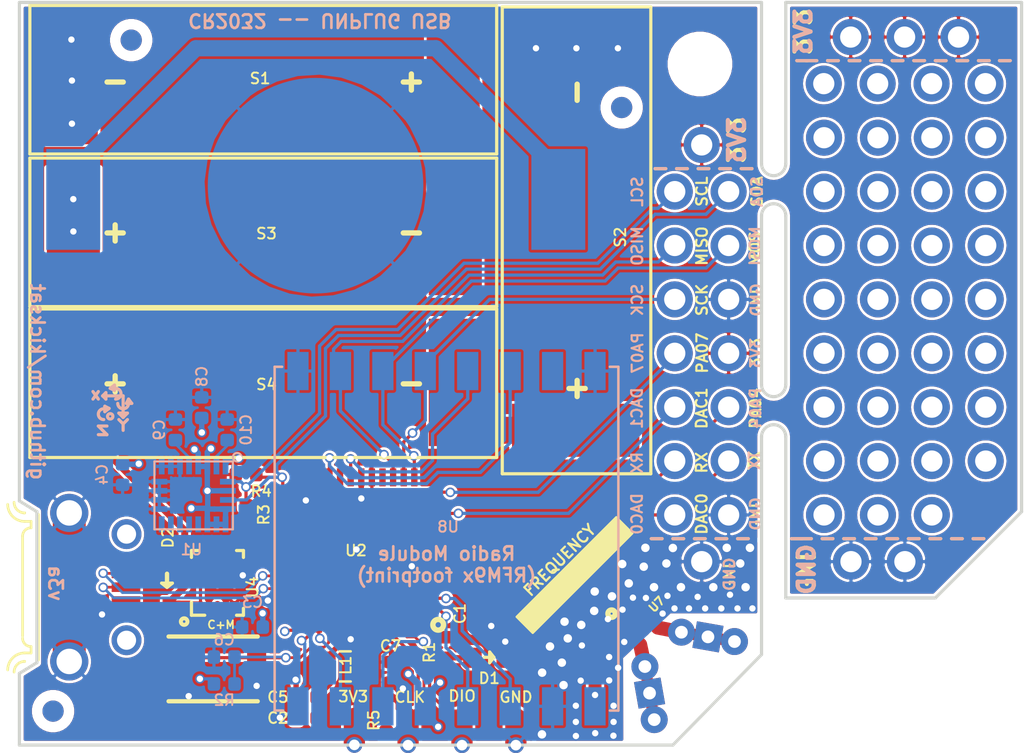
<source format=kicad_pcb>
(kicad_pcb (version 20171130) (host pcbnew "(5.1.0)-1")
  (title_block (title "Project Title"))
  (layers (0 Top signal) (31 Bottom signal) (34 B.Paste user hide) (35 F.Paste user hide) (36 B.SilkS user) (37 F.SilkS user) (38 B.Mask user hide) (39 F.Mask user hide) (44 Edge.Cuts user))
  (net 0 "")
  (net 1 GND)
  (net 2 "Net-(C6-Pad2)")
  (net 3 /USB+)
  (net 4 /USB-)
  (net 5 VUSB)
  (net 6 /SWDIO)
  (net 7 /SWCLK)
  (net 8 /LED1)
  (net 9 MISO)
  (net 10 SCK)
  (net 11 MOSI)
  (net 12 SDA)
  (net 13 SCL)
  (net 14 "Net-(S1-Pad1)")
  (net 15 "Net-(J4-Pad1)")
  (net 16 "Net-(J5-Pad1)")
  (net 17 "Net-(J20-Pad1)")
  (net 18 "Net-(U4-PadB1)")
  (net 19 "Net-(D1-Pad1)")
  (net 20 PA23)
  (net 21 PA22)
  (net 22 PA21)
  (net 23 TX)
  (net 24 RX)
  (net 25 "Net-(L1-Pad1)")
  (net 26 "Net-(J13-Pad1)")
  (net 27 "Net-(J13-Pad2)")
  (net 28 "Net-(J13-Pad3)")
  (net 29 "Net-(J13-Pad4)")
  (net 30 "Net-(J14-Pad1)")
  (net 31 "Net-(J14-Pad2)")
  (net 32 "Net-(J14-Pad3)")
  (net 33 "Net-(J14-Pad4)")
  (net 34 "Net-(J15-Pad1)")
  (net 35 "Net-(J15-Pad2)")
  (net 36 "Net-(J15-Pad3)")
  (net 37 "Net-(J15-Pad4)")
  (net 38 "Net-(J16-Pad1)")
  (net 39 "Net-(J16-Pad2)")
  (net 40 "Net-(J16-Pad3)")
  (net 41 "Net-(J16-Pad4)")
  (net 42 "Net-(J17-Pad1)")
  (net 43 "Net-(J17-Pad2)")
  (net 44 "Net-(J17-Pad3)")
  (net 45 "Net-(J17-Pad4)")
  (net 46 "Net-(J18-Pad1)")
  (net 47 "Net-(J18-Pad2)")
  (net 48 "Net-(J18-Pad3)")
  (net 49 "Net-(J18-Pad4)")
  (net 50 "Net-(J19-Pad1)")
  (net 51 "Net-(J19-Pad2)")
  (net 52 "Net-(J19-Pad3)")
  (net 53 "Net-(J19-Pad4)")
  (net 54 "Net-(J20-Pad2)")
  (net 55 "Net-(J20-Pad3)")
  (net 56 "Net-(J20-Pad4)")
  (net 57 DAC0)
  (net 58 +3V3)
  (net 59 "Net-(C9-Pad2)")
  (net 60 "Net-(C10-Pad2)")
  (net 61 "Net-(U2-Pad24)")
  (net 62 "Net-(U2-Pad23)")
  (net 63 "Net-(U2-Pad22)")
  (net 64 "Net-(U2-Pad20)")
  (net 65 "Net-(ANT1-PadIN1)")
  (net 66 "Net-(D2-Pad1)")
  (net 67 "Net-(J2-Pad4)")
  (net 68 "Net-(J3-Pad1)")
  (net 69 "Net-(S2-Pad1)")
  (net 70 "Net-(U1-Pad9)")
  (net 71 "Net-(U1-Pad10)")
  (net 72 "Net-(U1-Pad11)")
  (net 73 "Net-(U1-Pad12)")
  (net 74 "Net-(U1-Pad13)")
  (net 75 "Net-(U2-Pad37)")
  (net 76 "Net-(U2-Pad27)")
  (net 77 "Net-(U2-Pad16)")
  (net 78 "Net-(C2-Pad1)")
  (net 79 "Net-(ANT2-PadIN1)")
  (net 80 "Net-(U8-Pad7)")
  (net 81 "Net-(U2-Pad11)")
  (net 82 "Net-(U2-Pad28)")
  (net 83 "Net-(U2-Pad29)")
  (net 84 RF_CS)
  (net 85 RF_RST)
  (net 86 RF_DIO3)
  (net 87 RF_BUSY)
  (net 88 RF_DIO0)
  (net 89 RF_DIO1)
  (net 90 RF_DIO2)
  (net 91 PA04)
  (net 92 DAC1)
  (net 93 PA07)
  (net 94 "Net-(U7-Pad1)")
  (module custom-footprints:BAT-HLD-001 (layer Bottom) (at 95.69196 83.1977)
    (fp_text reference U3 hide)
    (fp_text value BAT-HLD-001 hide)
    (pad 2 smd circle (at -0.01016 -0.5207) (size 10.16 10.16) (layers Bottom B.Paste B.Mask) (net 1 GND))
    (pad 3 smd rect (at 11.43 0.127) (size 2.54 4.75) (layers Bottom B.Paste B.Mask) (net 66 "Net-(D2-Pad1)"))
    (pad 1 smd rect (at -11.43 0.127) (size 2.54 4.75) (layers Bottom B.Paste B.Mask) (net 66 "Net-(D2-Pad1)"))
  )
  (module RF_Module:HOPERF_RFM9XW_SMD (layer Bottom) (at 101.854 99.314 270)
    (fp_text reference U8 (at -0.5588 -0.0762) (layer B.SilkS) (effects (font (size 0.508 0.508) (thickness 0.0889)) (justify mirror)))
    (fp_text value RFM95W-915S2)
    (pad 16 smd rect (at 7.9 7 270) (size 1.8 1) (layers Bottom B.Paste B.Mask) (net 90 RF_DIO2))
    (pad 15 smd rect (at 7.9 5 270) (size 1.8 1) (layers Bottom B.Paste B.Mask) (net 89 RF_DIO1))
    (pad 14 smd rect (at 7.9 3 270) (size 1.8 1) (layers Bottom B.Paste B.Mask) (net 88 RF_DIO0))
    (pad 13 smd rect (at 7.9 1 270) (size 1.8 1) (layers Bottom B.Paste B.Mask) (net 58 +3V3))
    (pad 12 smd rect (at 7.9 -1 270) (size 1.8 1) (layers Bottom B.Paste B.Mask) (net 87 RF_BUSY))
    (pad 11 smd rect (at 7.9 -3 270) (size 1.8 1) (layers Bottom B.Paste B.Mask) (net 86 RF_DIO3))
    (pad 10 smd rect (at 7.9 -5 270) (size 1.8 1) (layers Bottom B.Paste B.Mask) (net 1 GND))
    (pad 9 smd rect (at 7.9 -7 270) (size 1.8 1) (layers Bottom B.Paste B.Mask) (net 94 "Net-(U7-Pad1)"))
    (pad 8 smd rect (at -7.9 -7 270) (size 1.8 1) (layers Bottom B.Paste B.Mask) (net 1 GND))
    (pad 7 smd rect (at -7.9 -5 270) (size 1.8 1) (layers Bottom B.Paste B.Mask) (net 80 "Net-(U8-Pad7)"))
    (pad 6 smd rect (at -7.9 -3 270) (size 1.8 1) (layers Bottom B.Paste B.Mask) (net 85 RF_RST))
    (pad 5 smd rect (at -7.9 -1 270) (size 1.8 1) (layers Bottom B.Paste B.Mask) (net 84 RF_CS))
    (pad 4 smd rect (at -7.9 1 270) (size 1.8 1) (layers Bottom B.Paste B.Mask) (net 10 SCK))
    (pad 3 smd rect (at -7.9 3 270) (size 1.8 1) (layers Bottom B.Paste B.Mask) (net 11 MOSI))
    (pad 2 smd rect (at -7.9 5 270) (size 1.8 1) (layers Bottom B.Paste B.Mask) (net 9 MISO))
    (pad 1 smd rect (at -7.9 7 270) (size 1.8 1) (layers Bottom B.Paste B.Mask) (net 1 GND))
  )
  (module custom-footprints:castellated_small_1side (layer Top) (at 105.12298 107.6579 270)
    (fp_text reference J30 hide)
    (fp_text value Conn_01x01)
    (pad 1 smd custom (at 0.762 0 270) (size 1.25 1) (layers Top F.Paste F.Mask) (net 1 GND) (options (clearance outline) (anchor rect)) (primitives (gr_circle (center -0.625 0) (end -0.125 0) (width 0))))
    (pad 1 thru_hole circle (at 1.387 0 270) (size 0.75 0.75) (drill 0.5) (layers *.Cu *.Mask) (net 1 GND))
  )
  (module custom-footprints:castellated_small_1side (layer Top) (at 97.5106 107.6452 270)
    (fp_text reference J29 hide)
    (fp_text value Conn_01x01)
    (pad 1 smd custom (at 0.762 0 270) (size 1.25 1) (layers Top F.Paste F.Mask) (net 58 +3V3) (options (clearance outline) (anchor rect)) (primitives (gr_circle (center -0.625 0) (end -0.125 0) (width 0))))
    (pad 1 thru_hole circle (at 1.387 0 270) (size 0.75 0.75) (drill 0.5) (layers *.Cu *.Mask) (net 58 +3V3))
  )
  (module custom-footprints:castellated_small_1side (layer Top) (at 100.04298 107.6579 270)
    (fp_text reference J28 hide)
    (fp_text value Conn_01x01)
    (pad 1 smd custom (at 0.762 0 270) (size 1.25 1) (layers Top F.Paste F.Mask) (net 7 /SWCLK) (options (clearance outline) (anchor rect)) (primitives (gr_circle (center -0.625 0) (end -0.125 0) (width 0))))
    (pad 1 thru_hole circle (at 1.387 0 270) (size 0.75 0.75) (drill 0.5) (layers *.Cu *.Mask) (net 7 /SWCLK))
  )
  (module custom-footprints:castellated_small_1side (layer Top) (at 102.58298 107.6579 270)
    (fp_text reference J1 hide)
    (fp_text value Conn_01x01)
    (pad 1 smd custom (at 0.762 0 270) (size 1.25 1) (layers Top F.Paste F.Mask) (net 6 /SWDIO) (options (clearance outline) (anchor rect)) (primitives (gr_circle (center -0.625 0) (end -0.125 0) (width 0))))
    (pad 1 thru_hole circle (at 1.387 0 270) (size 0.75 0.75) (drill 0.5) (layers *.Cu *.Mask) (net 6 /SWDIO))
  )
  (module LED_SMD:LED_0603_1608Metric (layer Top) (at 103.8606 104.9274)
    (fp_text reference D1 (at 0.00762 0.9652 180) (layer F.SilkS) (effects (font (size 0.508 0.508) (thickness 0.0889))))
    (fp_text value GREEN)
    (pad 1 smd roundrect (at -0.7875 0) (size 0.875 0.95) (layers Top F.Paste F.Mask) (net 19 "Net-(D1-Pad1)"))
    (pad 2 smd roundrect (at 0.7875 0) (size 0.875 0.95) (layers Top F.Paste F.Mask) (net 1 GND))
  )
  (module custom-footprints:balun0603 (layer Top) (at 110.871 103.378 315)
    (fp_text reference U7 (at -0.053882 -1.311117 45) (layer F.SilkS) (effects (font (size 0.381 0.381) (thickness 0.0889))))
    (fp_text value HHM17139B2)
    (pad 5 smd rect (at 0 -0.5 315) (size 0.3 0.5) (layers Top F.Paste F.Mask) (net 1 GND))
    (pad 6 smd rect (at -0.55 -0.5 315) (size 0.3 0.5) (layers Top F.Paste F.Mask) (net 1 GND))
    (pad 4 smd rect (at 0.55 -0.5 315) (size 0.3 0.5) (layers Top F.Paste F.Mask) (net 79 "Net-(ANT2-PadIN1)"))
    (pad 1 smd rect (at -0.55 0.5 315) (size 0.3 0.5) (layers Top F.Paste F.Mask) (net 94 "Net-(U7-Pad1)"))
    (pad 3 smd rect (at 0.55 0.5 315) (size 0.3 0.5) (layers Top F.Paste F.Mask) (net 65 "Net-(ANT1-PadIN1)"))
    (pad 2 smd rect (at 0 0.5 315) (size 0.3 0.5) (layers Top F.Paste F.Mask) (net 1 GND))
  )
  (module Diode_SMD:D_SOD-323 (layer Top) (at 88.6968 101.346 90)
    (fp_text reference D2 (at 2.0828 0.0254 90) (layer F.SilkS) (effects (font (size 0.508 0.508) (thickness 0.0889))))
    (fp_text value RB550V)
    (pad 1 smd rect (at -1.05 0 90) (size 0.6 0.45) (layers Top F.Paste F.Mask) (net 66 "Net-(D2-Pad1)"))
    (pad 2 smd rect (at 1.05 0 90) (size 0.6 0.45) (layers Top F.Paste F.Mask) (net 5 VUSB))
  )
  (module Inductor_SMD:L_0805_2012Metric (layer Top) (at 97.0788 105.3338 180)
    (fp_text reference L1 (at -0.0254 0.0508 270) (layer F.SilkS) (effects (font (size 0.508 0.508) (thickness 0.0889))))
    (fp_text value 10uH)
    (pad 2 smd roundrect (at 0.9375 0 180) (size 0.975 1.4) (layers Top F.Paste F.Mask) (net 78 "Net-(C2-Pad1)"))
    (pad 1 smd roundrect (at -0.9375 0 180) (size 0.975 1.4) (layers Top F.Paste F.Mask) (net 25 "Net-(L1-Pad1)"))
  )
  (module custom-footprints:PinHeader_CUSTOM2 (layer Top) (at 113.8809 100.396104)
    (fp_text reference J10 hide)
    (fp_text value Conn_01x01)
    (pad 1 thru_hole oval (at 0 0) (size 1.7 1.7) (drill 1) (layers *.Cu *.Mask) (net 1 GND))
  )
  (module Sprite:ANTENNA (layer Top) (at 114.1751 103.9416 170)
    (fp_text reference ANT2 hide)
    (fp_text value ANTENNA hide)
    (pad IN1 thru_hole rect (at 0 0 350) (size 1.27 1.27) (drill 0.6) (layers *.Cu *.Mask) (net 79 "Net-(ANT2-PadIN1)"))
    (pad IN2 thru_hole circle (at 1.27 0 350) (size 1.27 1.27) (drill 0.6) (layers *.Cu *.Mask) (net 79 "Net-(ANT2-PadIN1)"))
    (pad IN3 thru_hole circle (at -1.27 0 170) (size 1.27 1.27) (drill 0.6) (layers *.Cu *.Mask) (net 79 "Net-(ANT2-PadIN1)"))
  )
  (module Capacitor_SMD:C_0402_1005Metric (layer Top) (at 95.25 106.7816 180)
    (fp_text reference C5 (at 1.3462 -0.0016 180) (layer F.SilkS) (effects (font (size 0.508 0.508) (thickness 0.0889))))
    (fp_text value 1uF)
    (pad 2 smd roundrect (at 0.485 0 180) (size 0.59 0.64) (layers Top F.Paste F.Mask) (net 1 GND))
    (pad 1 smd roundrect (at -0.485 0 180) (size 0.59 0.64) (layers Top F.Paste F.Mask) (net 78 "Net-(C2-Pad1)"))
  )
  (module Capacitor_SMD:C_0402_1005Metric (layer Bottom) (at 92.71 103.4796 180)
    (fp_text reference C3 (at 0 1.17 180) (layer B.SilkS) (effects (font (size 0.508 0.508) (thickness 0.0889)) (justify mirror)))
    (fp_text value 1uF)
    (pad 2 smd roundrect (at 0.485 0 180) (size 0.59 0.64) (layers Bottom B.Paste B.Mask) (net 1 GND))
    (pad 1 smd roundrect (at -0.485 0 180) (size 0.59 0.64) (layers Bottom B.Paste B.Mask) (net 58 +3V3))
  )
  (module Capacitor_SMD:C_0402_1005Metric (layer Top) (at 95.25 107.76712 180)
    (fp_text reference C2 (at 1.3462 -0.0016 180) (layer F.SilkS) (effects (font (size 0.508 0.508) (thickness 0.0889))))
    (fp_text value 10uF)
    (pad 2 smd roundrect (at 0.485 0 180) (size 0.59 0.64) (layers Top F.Paste F.Mask) (net 1 GND))
    (pad 1 smd roundrect (at -0.485 0 180) (size 0.59 0.64) (layers Top F.Paste F.Mask) (net 78 "Net-(C2-Pad1)"))
  )
  (module Capacitor_SMD:C_0402_1005Metric (layer Top) (at 99.2124 105.6132 270)
    (fp_text reference C7 (at -1.2446 0) (layer F.SilkS) (effects (font (size 0.508 0.508) (thickness 0.0889))))
    (fp_text value 10uF)
    (pad 1 smd roundrect (at -0.485 0 270) (size 0.59 0.64) (layers Top F.Paste F.Mask) (net 58 +3V3))
    (pad 2 smd roundrect (at 0.485 0 270) (size 0.59 0.64) (layers Top F.Paste F.Mask) (net 1 GND))
  )
  (module Capacitor_SMD:C_0402_1005Metric (layer Top) (at 103.28656 102.94874 270)
    (fp_text reference C1 (at -0.10414 0.79756 270) (layer F.SilkS) (effects (font (size 0.508 0.508) (thickness 0.0889))))
    (fp_text value 0.1uF)
    (pad 2 smd roundrect (at 0.485 0 270) (size 0.59 0.64) (layers Top F.Paste F.Mask) (net 1 GND))
    (pad 1 smd roundrect (at -0.485 0 270) (size 0.59 0.64) (layers Top F.Paste F.Mask) (net 58 +3V3))
  )
  (module Sprite:ANTENNA (layer Top) (at 111.4235 106.5916 100)
    (fp_text reference ANT1 hide)
    (fp_text value ANTENNA hide)
    (pad IN1 thru_hole rect (at 0 0 280) (size 1.27 1.27) (drill 0.6) (layers *.Cu *.Mask) (net 65 "Net-(ANT1-PadIN1)"))
    (pad IN2 thru_hole circle (at 1.27 0 280) (size 1.27 1.27) (drill 0.6) (layers *.Cu *.Mask) (net 65 "Net-(ANT1-PadIN1)"))
    (pad IN3 thru_hole circle (at -1.27 0 100) (size 1.27 1.27) (drill 0.6) (layers *.Cu *.Mask) (net 65 "Net-(ANT1-PadIN1)"))
  )
  (module Fiducial:Fiducial_1mm_Dia_2mm_Outer (layer Top) (at 110.109 78.994)
    (fp_text reference REF** hide)
    (fp_text value Fiducial_1mm_Dia_2mm_Outer)
    (pad "" smd circle (at 0 0) (size 1 1) (layers Top F.Mask) (clearance 0.5))
  )
  (module Fiducial:Fiducial_1mm_Dia_2mm_Outer (layer Bottom) (at 110.109 78.994)
    (fp_text reference REF** hide)
    (fp_text value Fiducial_1mm_Dia_2mm_Outer)
    (pad "" smd circle (at 0 0) (size 1 1) (layers Bottom B.Mask) (clearance 0.5))
  )
  (module Fiducial:Fiducial_1mm_Dia_2mm_Outer (layer Top) (at 86.995 75.819)
    (fp_text reference REF** hide)
    (fp_text value Fiducial_1mm_Dia_2mm_Outer)
    (pad "" smd circle (at 0 0) (size 1 1) (layers Top F.Mask) (clearance 0.5))
  )
  (module Fiducial:Fiducial_1mm_Dia_2mm_Outer (layer Bottom) (at 86.995 75.819)
    (fp_text reference REF** hide)
    (fp_text value Fiducial_1mm_Dia_2mm_Outer)
    (pad "" smd circle (at 0 0) (size 1 1) (layers Bottom B.Mask) (clearance 0.5))
  )
  (module Fiducial:Fiducial_1mm_Dia_2mm_Outer (layer Bottom) (at 83.312 107.442)
    (fp_text reference REF** hide)
    (fp_text value Fiducial_1mm_Dia_2mm_Outer)
    (pad "" smd circle (at 0 0) (size 1 1) (layers Bottom B.Mask) (clearance 0.5))
  )
  (module "" (layer Top) (at 113.79962 76.94228)
    (fp_text reference @HOLE0 hide)
    (fp_text value "" (at 0 0) (layer F.SilkS) (effects (font (size 1.27 1.27))))
    (pad "" np_thru_hole circle (at 0 0) (size 2.8 2.8) (drill 2.8) (layers *.Cu *.Mask))
  )
  (module Fiducial:Fiducial_1mm_Dia_2mm_Outer (layer Top) (at 83.312 107.442)
    (fp_text reference REF** hide)
    (fp_text value Fiducial_1mm_Dia_2mm_Outer)
    (pad "" smd circle (at 0 0) (size 1 1) (layers Top F.Mask) (clearance 0.5))
  )
  (module custom-footprints:PinHeader_CUSTOM3 (layer Top) (at 112.6109 90.5764 90)
    (fp_text reference J25 hide)
    (fp_text value Conn_01x02)
    (pad 2 thru_hole oval (at 0 2.54 90) (size 1.7 1.7) (drill 1) (layers *.Cu *.Mask) (net 58 +3V3))
    (pad 1 thru_hole oval (at 0 0 90) (size 1.7 1.7) (drill 1) (layers *.Cu *.Mask) (net 93 PA07))
  )
  (module custom-footprints:PinHeader_CUSTOM3 (layer Top) (at 112.6109 98.1964 90)
    (fp_text reference J27 hide)
    (fp_text value Conn_01x02)
    (pad 1 thru_hole oval (at 0 0 90) (size 1.7 1.7) (drill 1) (layers *.Cu *.Mask) (net 57 DAC0))
    (pad 2 thru_hole oval (at 0 2.54 90) (size 1.7 1.7) (drill 1) (layers *.Cu *.Mask) (net 1 GND))
  )
  (module custom-footprints:PinHeader_CUSTOM3 (layer Top) (at 112.6109 82.9564 90)
    (fp_text reference J26 hide)
    (fp_text value Conn_01x02)
    (pad 2 thru_hole oval (at 0 2.54 90) (size 1.7 1.7) (drill 1) (layers *.Cu *.Mask) (net 12 SDA))
    (pad 1 thru_hole oval (at 0 0 90) (size 1.7 1.7) (drill 1) (layers *.Cu *.Mask) (net 13 SCL))
  )
  (module custom-footprints:PinHeader_CUSTOM3 (layer Top) (at 112.6109 93.1164 90)
    (fp_text reference J24 hide)
    (fp_text value Conn_01x02)
    (pad 2 thru_hole oval (at 0 2.54 90) (size 1.7 1.7) (drill 1) (layers *.Cu *.Mask) (net 91 PA04))
    (pad 1 thru_hole oval (at 0 0 90) (size 1.7 1.7) (drill 1) (layers *.Cu *.Mask) (net 92 DAC1))
  )
  (module custom-footprints:PinHeader_CUSTOM3 (layer Top) (at 112.6109 85.4964 90)
    (fp_text reference J23 hide)
    (fp_text value Conn_01x02)
    (pad 2 thru_hole oval (at 0 2.54 90) (size 1.7 1.7) (drill 1) (layers *.Cu *.Mask) (net 11 MOSI))
    (pad 1 thru_hole oval (at 0 0 90) (size 1.7 1.7) (drill 1) (layers *.Cu *.Mask) (net 9 MISO))
  )
  (module custom-footprints:PinHeader_CUSTOM3 (layer Top) (at 112.6109 88.0364 90)
    (fp_text reference J22 hide)
    (fp_text value Conn_01x02)
    (pad 1 thru_hole oval (at 0 0 90) (size 1.7 1.7) (drill 1) (layers *.Cu *.Mask) (net 10 SCK))
    (pad 2 thru_hole oval (at 0 2.54 90) (size 1.7 1.7) (drill 1) (layers *.Cu *.Mask) (net 1 GND))
  )
  (module custom-footprints:PinHeader_CUSTOM3 (layer Top) (at 112.6109 95.6564 90)
    (fp_text reference J21 hide)
    (fp_text value Conn_01x02)
    (pad 2 thru_hole oval (at 0 2.54 90) (size 1.7 1.7) (drill 1) (layers *.Cu *.Mask) (net 23 TX))
    (pad 1 thru_hole oval (at 0 0 90) (size 1.7 1.7) (drill 1) (layers *.Cu *.Mask) (net 24 RX))
  )
  (module custom-footprints:PinHeader_CUSTOM (layer Top) (at 119.6467 80.4164 90)
    (fp_text reference J20 hide)
    (fp_text value Conn_01x04)
    (pad 4 thru_hole oval (at 0 7.62 90) (size 1.7 1.7) (drill 1) (layers *.Cu *.Mask) (net 56 "Net-(J20-Pad4)"))
    (pad 3 thru_hole oval (at 0 5.08 90) (size 1.7 1.7) (drill 1) (layers *.Cu *.Mask) (net 55 "Net-(J20-Pad3)"))
    (pad 2 thru_hole oval (at 0 2.54 90) (size 1.7 1.7) (drill 1) (layers *.Cu *.Mask) (net 54 "Net-(J20-Pad2)"))
    (pad 1 thru_hole oval (at 0 0 90) (size 1.7 1.7) (drill 1) (layers *.Cu *.Mask) (net 17 "Net-(J20-Pad1)"))
  )
  (module custom-footprints:PinHeader_CUSTOM (layer Top) (at 119.634 77.86878 90)
    (fp_text reference J19 hide)
    (fp_text value Conn_01x04)
    (pad 4 thru_hole oval (at 0 7.62 90) (size 1.7 1.7) (drill 1) (layers *.Cu *.Mask) (net 53 "Net-(J19-Pad4)"))
    (pad 3 thru_hole oval (at 0 5.08 90) (size 1.7 1.7) (drill 1) (layers *.Cu *.Mask) (net 52 "Net-(J19-Pad3)"))
    (pad 2 thru_hole oval (at 0 2.54 90) (size 1.7 1.7) (drill 1) (layers *.Cu *.Mask) (net 51 "Net-(J19-Pad2)"))
    (pad 1 thru_hole oval (at 0 0 90) (size 1.7 1.7) (drill 1) (layers *.Cu *.Mask) (net 50 "Net-(J19-Pad1)"))
  )
  (module custom-footprints:PinHeader_CUSTOM (layer Top) (at 119.6467 82.9564 90)
    (fp_text reference J18 hide)
    (fp_text value Conn_01x04)
    (pad 4 thru_hole oval (at 0 7.62 90) (size 1.7 1.7) (drill 1) (layers *.Cu *.Mask) (net 49 "Net-(J18-Pad4)"))
    (pad 3 thru_hole oval (at 0 5.08 90) (size 1.7 1.7) (drill 1) (layers *.Cu *.Mask) (net 48 "Net-(J18-Pad3)"))
    (pad 2 thru_hole oval (at 0 2.54 90) (size 1.7 1.7) (drill 1) (layers *.Cu *.Mask) (net 47 "Net-(J18-Pad2)"))
    (pad 1 thru_hole oval (at 0 0 90) (size 1.7 1.7) (drill 1) (layers *.Cu *.Mask) (net 46 "Net-(J18-Pad1)"))
  )
  (module custom-footprints:PinHeader_CUSTOM (layer Top) (at 119.6467 85.4964 90)
    (fp_text reference J17 hide)
    (fp_text value Conn_01x04)
    (pad 4 thru_hole oval (at 0 7.62 90) (size 1.7 1.7) (drill 1) (layers *.Cu *.Mask) (net 45 "Net-(J17-Pad4)"))
    (pad 3 thru_hole oval (at 0 5.08 90) (size 1.7 1.7) (drill 1) (layers *.Cu *.Mask) (net 44 "Net-(J17-Pad3)"))
    (pad 2 thru_hole oval (at 0 2.54 90) (size 1.7 1.7) (drill 1) (layers *.Cu *.Mask) (net 43 "Net-(J17-Pad2)"))
    (pad 1 thru_hole oval (at 0 0 90) (size 1.7 1.7) (drill 1) (layers *.Cu *.Mask) (net 42 "Net-(J17-Pad1)"))
  )
  (module custom-footprints:PinHeader_CUSTOM (layer Top) (at 119.6467 88.0364 90)
    (fp_text reference J16 hide)
    (fp_text value Conn_01x04)
    (pad 4 thru_hole oval (at 0 7.62 90) (size 1.7 1.7) (drill 1) (layers *.Cu *.Mask) (net 41 "Net-(J16-Pad4)"))
    (pad 3 thru_hole oval (at 0 5.08 90) (size 1.7 1.7) (drill 1) (layers *.Cu *.Mask) (net 40 "Net-(J16-Pad3)"))
    (pad 2 thru_hole oval (at 0 2.54 90) (size 1.7 1.7) (drill 1) (layers *.Cu *.Mask) (net 39 "Net-(J16-Pad2)"))
    (pad 1 thru_hole oval (at 0 0 90) (size 1.7 1.7) (drill 1) (layers *.Cu *.Mask) (net 38 "Net-(J16-Pad1)"))
  )
  (module custom-footprints:PinHeader_CUSTOM (layer Top) (at 119.6467 95.6564 90)
    (fp_text reference J15 hide)
    (fp_text value Conn_01x04)
    (pad 4 thru_hole oval (at 0 7.62 90) (size 1.7 1.7) (drill 1) (layers *.Cu *.Mask) (net 37 "Net-(J15-Pad4)"))
    (pad 3 thru_hole oval (at 0 5.08 90) (size 1.7 1.7) (drill 1) (layers *.Cu *.Mask) (net 36 "Net-(J15-Pad3)"))
    (pad 2 thru_hole oval (at 0 2.54 90) (size 1.7 1.7) (drill 1) (layers *.Cu *.Mask) (net 35 "Net-(J15-Pad2)"))
    (pad 1 thru_hole oval (at 0 0 90) (size 1.7 1.7) (drill 1) (layers *.Cu *.Mask) (net 34 "Net-(J15-Pad1)"))
  )
  (module custom-footprints:PinHeader_CUSTOM (layer Top) (at 119.6467 90.5764 90)
    (fp_text reference J14 hide)
    (fp_text value Conn_01x04)
    (pad 4 thru_hole oval (at 0 7.62 90) (size 1.7 1.7) (drill 1) (layers *.Cu *.Mask) (net 33 "Net-(J14-Pad4)"))
    (pad 3 thru_hole oval (at 0 5.08 90) (size 1.7 1.7) (drill 1) (layers *.Cu *.Mask) (net 32 "Net-(J14-Pad3)"))
    (pad 2 thru_hole oval (at 0 2.54 90) (size 1.7 1.7) (drill 1) (layers *.Cu *.Mask) (net 31 "Net-(J14-Pad2)"))
    (pad 1 thru_hole oval (at 0 0 90) (size 1.7 1.7) (drill 1) (layers *.Cu *.Mask) (net 30 "Net-(J14-Pad1)"))
  )
  (module custom-footprints:PinHeader_CUSTOM (layer Top) (at 119.6467 93.1164 90)
    (fp_text reference J13 hide)
    (fp_text value Conn_01x04)
    (pad 4 thru_hole oval (at 0 7.62 90) (size 1.7 1.7) (drill 1) (layers *.Cu *.Mask) (net 29 "Net-(J13-Pad4)"))
    (pad 3 thru_hole oval (at 0 5.08 90) (size 1.7 1.7) (drill 1) (layers *.Cu *.Mask) (net 28 "Net-(J13-Pad3)"))
    (pad 2 thru_hole oval (at 0 2.54 90) (size 1.7 1.7) (drill 1) (layers *.Cu *.Mask) (net 27 "Net-(J13-Pad2)"))
    (pad 1 thru_hole oval (at 0 0 90) (size 1.7 1.7) (drill 1) (layers *.Cu *.Mask) (net 26 "Net-(J13-Pad1)"))
  )
  (module custom-footprints:PinHeader_CUSTOM2 (layer Top) (at 125.984 75.674156)
    (fp_text reference J12 hide)
    (fp_text value Conn_01x01)
    (pad 1 thru_hole oval (at 0 0) (size 1.7 1.7) (drill 1) (layers *.Cu *.Mask) (net 58 +3V3))
  )
  (module custom-footprints:PinHeader_CUSTOM2 (layer Top) (at 123.4567 100.396104)
    (fp_text reference J11 hide)
    (fp_text value Conn_01x01)
    (pad 1 thru_hole oval (at 0 0) (size 1.7 1.7) (drill 1) (layers *.Cu *.Mask) (net 1 GND))
  )
  (module custom-footprints:PinHeader_CUSTOM2 (layer Top) (at 120.9167 100.396104)
    (fp_text reference J9 hide)
    (fp_text value Conn_01x01)
    (pad 1 thru_hole oval (at 0 0) (size 1.7 1.7) (drill 1) (layers *.Cu *.Mask) (net 1 GND))
  )
  (module custom-footprints:PinHeader_CUSTOM2 (layer Top) (at 120.904 75.674156)
    (fp_text reference J8 hide)
    (fp_text value Conn_01x01)
    (pad 1 thru_hole oval (at 0 0) (size 1.7 1.7) (drill 1) (layers *.Cu *.Mask) (net 58 +3V3))
  )
  (module custom-footprints:PinHeader_CUSTOM2 (layer Top) (at 123.444 75.674156)
    (fp_text reference J7 hide)
    (fp_text value Conn_01x01)
    (pad 1 thru_hole oval (at 0 0) (size 1.7 1.7) (drill 1) (layers *.Cu *.Mask) (net 58 +3V3))
  )
  (module custom-footprints:PinHeader_CUSTOM2 (layer Top) (at 113.8809 80.756696)
    (fp_text reference J6 hide)
    (fp_text value Conn_01x01)
    (pad 1 thru_hole oval (at 0 0) (size 1.7 1.7) (drill 1) (layers *.Cu *.Mask) (net 58 +3V3))
  )
  (module custom-footprints:PinHeader_CUSTOM2 (layer Top) (at 124.7267 98.1964)
    (fp_text reference J5 hide)
    (fp_text value Conn_01x01)
    (pad 1 thru_hole oval (at 0 0) (size 1.7 1.7) (drill 1) (layers *.Cu *.Mask) (net 16 "Net-(J5-Pad1)"))
  )
  (module custom-footprints:PinHeader_CUSTOM2 (layer Top) (at 122.1867 98.1964)
    (fp_text reference J4 hide)
    (fp_text value Conn_01x01)
    (pad 1 thru_hole oval (at 0 0) (size 1.7 1.7) (drill 1) (layers *.Cu *.Mask) (net 15 "Net-(J4-Pad1)"))
  )
  (module custom-footprints:PinHeader_CUSTOM2 (layer Top) (at 119.6467 98.1964)
    (fp_text reference J3 hide)
    (fp_text value Conn_01x01)
    (pad 1 thru_hole oval (at 0 0) (size 1.7 1.7) (drill 1) (layers *.Cu *.Mask) (net 68 "Net-(J3-Pad1)"))
  )
  (module custom-footprints:10118194-0001LF (layer Top) (at 84.074 101.6 270)
    (fp_text reference J2 hide)
    (fp_text value 10118194-0001LF hide)
    (pad 1 smd rect (at -1.3 -2.675 90) (size 0.45 1.35) (layers Top F.Paste F.Mask) (net 5 VUSB))
    (pad 2 smd rect (at -0.65 -2.675 90) (size 0.45 1.35) (layers Top F.Paste F.Mask) (net 4 /USB-))
    (pad 3 smd rect (at 0 -2.675 90) (size 0.45 1.35) (layers Top F.Paste F.Mask) (net 3 /USB+))
    (pad 4 smd rect (at 0.65 -2.675 90) (size 0.45 1.35) (layers Top F.Paste F.Mask) (net 67 "Net-(J2-Pad4)"))
    (pad 5 smd rect (at 1.3 -2.675 90) (size 0.45 1.35) (layers Top F.Paste F.Mask) (net 1 GND))
    (pad 6 thru_hole circle (at -2.5 -2.7 270) (size 1.408 1.408) (drill 0.9) (layers *.Cu *.Mask))
    (pad 7 thru_hole circle (at 2.5 -2.7 270) (size 1.408 1.408) (drill 0.9) (layers *.Cu *.Mask))
    (pad 8 thru_hole circle (at -3.5 0 270) (size 1.8 1.8) (drill 1.2) (layers *.Cu *.Mask) (net 1 GND))
    (pad 9 thru_hole circle (at 3.5 0 270) (size 1.8 1.8) (drill 1.2) (layers *.Cu *.Mask) (net 1 GND))
    (pad 10 smd rect (at -1 0 270) (size 1.5 1.55) (layers Top F.Paste F.Mask))
    (pad 11 smd rect (at 1 0 270) (size 1.5 1.55) (layers Top F.Paste F.Mask))
    (pad 12 smd rect (at -3.05 0 270) (size 1.5 1.55) (layers Top F.Paste F.Mask))
    (pad 13 smd rect (at 3.05 0 270) (size 1.5 1.55) (layers Top F.Paste F.Mask))
  )
  (module custom-footprints:KXOB22-12X1F (layer Top) (at 93.218 91.948)
    (fp_text reference S4 (at 0.15 0.1) (layer F.SilkS) (effects (font (size 0.508 0.508) (thickness 0.0889))))
    (fp_text value KXOB22-04X3F)
    (fp_text user - (at 6.98 0) (layer F.SilkS) (effects (font (thickness 0.25))))
    (fp_text user + (at -6.98 0) (layer F.SilkS) (effects (font (thickness 0.25))))
    (pad 1 smd rect (at -8.95 0 90) (size 6 2.5) (layers Top F.Paste F.Mask) (net 66 "Net-(D2-Pad1)"))
    (pad 2 smd rect (at 9.05 0 90) (size 6 2.5) (layers Top F.Paste F.Mask) (net 69 "Net-(S2-Pad1)"))
  )
  (module custom-footprints:TPS82740ASIPR (layer Top) (at 91.059 101.3968 90)
    (fp_text reference U4 (at -0.2032 1.651 90) (layer F.SilkS) (effects (font (size 0.508 0.508) (thickness 0.0889))))
    (fp_text value TPS82740BSIPR hide)
    (pad A1 smd circle (at -0.999998 -0.800001 90) (size 0.299999 0.299999) (layers Top) (net 66 "Net-(D2-Pad1)"))
    (pad A2 smd circle (at 0 -0.800001 90) (size 0.299999 0.299999) (layers Top) (net 66 "Net-(D2-Pad1)"))
    (pad A3 smd circle (at 1.000001 -0.800001 90) (size 0.299999 0.299999) (layers Top) (net 66 "Net-(D2-Pad1)"))
    (pad B1 smd circle (at -0.999998 -0.000003 90) (size 0.299999 0.299999) (layers Top) (net 18 "Net-(U4-PadB1)"))
    (pad B2 smd circle (at 0 0 90) (size 0.299999 0.299999) (layers Top) (net 1 GND))
    (pad B3 smd circle (at 1.000001 -0.000003 90) (size 0.299999 0.299999) (layers Top) (net 66 "Net-(D2-Pad1)"))
    (pad C1 smd circle (at -0.999998 0.799998 90) (size 0.299999 0.299999) (layers Top) (net 58 +3V3))
    (pad C2 smd circle (at 0 0.799998 90) (size 0.299999 0.299999) (layers Top) (net 1 GND))
    (pad C3 smd circle (at 1.000001 0.799998 90) (size 0.299999 0.299999) (layers Top) (net 66 "Net-(D2-Pad1)"))
  )
  (module Resistor_SMD:R_0402_1005Metric (layer Top) (at 92.4052 96.2914)
    (fp_text reference R4 (at 0.7112 0.7874 180) (layer F.SilkS) (effects (font (size 0.508 0.508) (thickness 0.0889))))
    (fp_text value 10K)
    (pad 2 smd roundrect (at 0.485 0) (size 0.59 0.64) (layers Top F.Paste F.Mask) (net 12 SDA))
    (pad 1 smd roundrect (at -0.485 0) (size 0.59 0.64) (layers Top F.Paste F.Mask) (net 58 +3V3))
  )
  (module custom-footprints:KXOB22-12X1F (layer Top) (at 107.94238 85.2551 90)
    (fp_text reference S2 (at 0.15 2.10312 90) (layer F.SilkS) (effects (font (size 0.508 0.508) (thickness 0.0889))))
    (fp_text value KXOB22-04X3F)
    (fp_text user - (at 6.98 0 90) (layer F.SilkS) (effects (font (thickness 0.25))))
    (fp_text user + (at -6.98 0 90) (layer F.SilkS) (effects (font (thickness 0.25))))
    (pad 1 smd rect (at -8.95 0 180) (size 6 2.5) (layers Top F.Paste F.Mask) (net 69 "Net-(S2-Pad1)"))
    (pad 2 smd rect (at 9.05 0 180) (size 6 2.5) (layers Top F.Paste F.Mask) (net 1 GND))
  )
  (module custom-footprints:KXOB22-12X1F (layer Top) (at 93.218 77.724 180)
    (fp_text reference S1 (at 0.15 0.1 180) (layer F.SilkS) (effects (font (size 0.508 0.508) (thickness 0.0889))))
    (fp_text value KXOB22-04X3F)
    (fp_text user - (at 6.98 0 180) (layer F.SilkS) (effects (font (thickness 0.25))))
    (fp_text user + (at -6.98 0 180) (layer F.SilkS) (effects (font (thickness 0.25))))
    (pad 1 smd rect (at -8.95 0 270) (size 6 2.5) (layers Top F.Paste F.Mask) (net 14 "Net-(S1-Pad1)"))
    (pad 2 smd rect (at 9.05 0 270) (size 6 2.5) (layers Top F.Paste F.Mask) (net 1 GND))
  )
  (module custom-footprints:KXOB22-12X1F (layer Top) (at 93.218 84.836)
    (fp_text reference S3 (at 0.15 0.1) (layer F.SilkS) (effects (font (size 0.508 0.508) (thickness 0.0889))))
    (fp_text value KXOB22-04X3F)
    (fp_text user - (at 6.98 0) (layer F.SilkS) (effects (font (thickness 0.25))))
    (fp_text user + (at -6.98 0) (layer F.SilkS) (effects (font (thickness 0.25))))
    (pad 1 smd rect (at -8.95 0 90) (size 6 2.5) (layers Top F.Paste F.Mask) (net 66 "Net-(D2-Pad1)"))
    (pad 2 smd rect (at 9.05 0 90) (size 6 2.5) (layers Top F.Paste F.Mask) (net 14 "Net-(S1-Pad1)"))
  )
  (module ATSAMD51G19A-MU:QFN50P700X700X90-49N-D (layer Top) (at 97.5868 99.8728 180)
    (fp_text reference U2 (at 0 0 180) (layer F.SilkS) (effects (font (size 0.508 0.508) (thickness 0.0889))))
    (fp_text value ATSAMD51G_TQFN48 hide)
    (pad 1 smd rect (at -3.45 -2.75 270) (size 0.3 0.85) (layers Top F.Paste F.Mask) (net 87 RF_BUSY))
    (pad 2 smd rect (at -3.45 -2.25 270) (size 0.3 0.85) (layers Top F.Paste F.Mask) (net 86 RF_DIO3))
    (pad 3 smd rect (at -3.45 -1.75 270) (size 0.3 0.85) (layers Top F.Paste F.Mask) (net 57 DAC0))
    (pad 4 smd rect (at -3.45 -1.25 270) (size 0.3 0.85) (layers Top F.Paste F.Mask) (net 58 +3V3))
    (pad 5 smd rect (at -3.45 -0.75 270) (size 0.3 0.85) (layers Top F.Paste F.Mask) (net 1 GND))
    (pad 6 smd rect (at -3.45 -0.25 270) (size 0.3 0.85) (layers Top F.Paste F.Mask) (net 58 +3V3))
    (pad 7 smd rect (at -3.45 0.25 270) (size 0.3 0.85) (layers Top F.Paste F.Mask) (net 23 TX))
    (pad 8 smd rect (at -3.45 0.75 270) (size 0.3 0.85) (layers Top F.Paste F.Mask) (net 24 RX))
    (pad 9 smd rect (at -3.45 1.25 270) (size 0.3 0.85) (layers Top F.Paste F.Mask) (net 91 PA04))
    (pad 10 smd rect (at -3.45 1.75 270) (size 0.3 0.85) (layers Top F.Paste F.Mask) (net 92 DAC1))
    (pad 11 smd rect (at -3.45 2.25 270) (size 0.3 0.85) (layers Top F.Paste F.Mask) (net 81 "Net-(U2-Pad11)"))
    (pad 12 smd rect (at -3.45 2.75 270) (size 0.3 0.85) (layers Top F.Paste F.Mask) (net 93 PA07))
    (pad 13 smd rect (at -2.75 3.45 180) (size 0.3 0.85) (layers Top F.Paste F.Mask) (net 11 MOSI))
    (pad 14 smd rect (at -2.25 3.45 180) (size 0.3 0.85) (layers Top F.Paste F.Mask) (net 10 SCK))
    (pad 15 smd rect (at -1.75 3.45 180) (size 0.3 0.85) (layers Top F.Paste F.Mask) (net 9 MISO))
    (pad 16 smd rect (at -1.25 3.45 180) (size 0.3 0.85) (layers Top F.Paste F.Mask) (net 77 "Net-(U2-Pad16)"))
    (pad 17 smd rect (at -0.75 3.45 180) (size 0.3 0.85) (layers Top F.Paste F.Mask) (net 58 +3V3))
    (pad 18 smd rect (at -0.25 3.45 180) (size 0.3 0.85) (layers Top F.Paste F.Mask) (net 1 GND))
    (pad 19 smd rect (at 0.25 3.45 180) (size 0.3 0.85) (layers Top F.Paste F.Mask) (net 84 RF_CS))
    (pad 20 smd rect (at 0.75 3.45 180) (size 0.3 0.85) (layers Top F.Paste F.Mask) (net 64 "Net-(U2-Pad20)"))
    (pad 21 smd rect (at 1.25 3.45 180) (size 0.3 0.85) (layers Top F.Paste F.Mask) (net 85 RF_RST))
    (pad 22 smd rect (at 1.75 3.45 180) (size 0.3 0.85) (layers Top F.Paste F.Mask) (net 63 "Net-(U2-Pad22)"))
    (pad 23 smd rect (at 2.25 3.45 180) (size 0.3 0.85) (layers Top F.Paste F.Mask) (net 62 "Net-(U2-Pad23)"))
    (pad 24 smd rect (at 2.75 3.45 180) (size 0.3 0.85) (layers Top F.Paste F.Mask) (net 61 "Net-(U2-Pad24)"))
    (pad 25 smd rect (at 3.45 2.75 270) (size 0.3 0.85) (layers Top F.Paste F.Mask) (net 12 SDA))
    (pad 26 smd rect (at 3.45 2.25 270) (size 0.3 0.85) (layers Top F.Paste F.Mask) (net 13 SCL))
    (pad 27 smd rect (at 3.45 1.75 270) (size 0.3 0.85) (layers Top F.Paste F.Mask) (net 76 "Net-(U2-Pad27)"))
    (pad 28 smd rect (at 3.45 1.25 270) (size 0.3 0.85) (layers Top F.Paste F.Mask) (net 82 "Net-(U2-Pad28)"))
    (pad 29 smd rect (at 3.45 0.75 270) (size 0.3 0.85) (layers Top F.Paste F.Mask) (net 83 "Net-(U2-Pad29)"))
    (pad 30 smd rect (at 3.45 0.25 270) (size 0.3 0.85) (layers Top F.Paste F.Mask) (net 22 PA21))
    (pad 31 smd rect (at 3.45 -0.25 270) (size 0.3 0.85) (layers Top F.Paste F.Mask) (net 21 PA22))
    (pad 32 smd rect (at 3.45 -0.75 270) (size 0.3 0.85) (layers Top F.Paste F.Mask) (net 20 PA23))
    (pad 33 smd rect (at 3.45 -1.25 270) (size 0.3 0.85) (layers Top F.Paste F.Mask) (net 4 /USB-))
    (pad 34 smd rect (at 3.45 -1.75 270) (size 0.3 0.85) (layers Top F.Paste F.Mask) (net 3 /USB+))
    (pad 35 smd rect (at 3.45 -2.25 270) (size 0.3 0.85) (layers Top F.Paste F.Mask) (net 1 GND))
    (pad 36 smd rect (at 3.45 -2.75 270) (size 0.3 0.85) (layers Top F.Paste F.Mask) (net 58 +3V3))
    (pad 37 smd rect (at 2.75 -3.45 180) (size 0.3 0.85) (layers Top F.Paste F.Mask) (net 75 "Net-(U2-Pad37)"))
    (pad 38 smd rect (at 2.25 -3.45 180) (size 0.3 0.85) (layers Top F.Paste F.Mask) (net 90 RF_DIO2))
    (pad 39 smd rect (at 1.75 -3.45 180) (size 0.3 0.85) (layers Top F.Paste F.Mask) (net 89 RF_DIO1))
    (pad 40 smd rect (at 1.25 -3.45 180) (size 0.3 0.85) (layers Top F.Paste F.Mask) (net 2 "Net-(C6-Pad2)"))
    (pad 41 smd rect (at 0.75 -3.45 180) (size 0.3 0.85) (layers Top F.Paste F.Mask) (net 78 "Net-(C2-Pad1)"))
    (pad 42 smd rect (at 0.25 -3.45 180) (size 0.3 0.85) (layers Top F.Paste F.Mask) (net 1 GND))
    (pad 43 smd rect (at -0.25 -3.45 180) (size 0.3 0.85) (layers Top F.Paste F.Mask) (net 25 "Net-(L1-Pad1)"))
    (pad 44 smd rect (at -0.75 -3.45 180) (size 0.3 0.85) (layers Top F.Paste F.Mask) (net 58 +3V3))
    (pad 45 smd rect (at -1.25 -3.45 180) (size 0.3 0.85) (layers Top F.Paste F.Mask) (net 7 /SWCLK))
    (pad 46 smd rect (at -1.75 -3.45 180) (size 0.3 0.85) (layers Top F.Paste F.Mask) (net 6 /SWDIO))
    (pad 47 smd rect (at -2.25 -3.45 180) (size 0.3 0.85) (layers Top F.Paste F.Mask) (net 88 RF_DIO0))
    (pad 48 smd rect (at -2.75 -3.45 180) (size 0.3 0.85) (layers Top F.Paste F.Mask) (net 8 /LED1))
    (pad 49 smd rect (at 0 0 180) (size 5.25 5.25) (layers Top F.Paste F.Mask) (net 1 GND))
  )
  (module Capacitor_SMD:C_0402_1005Metric (layer Bottom) (at 91.37904 104.89184)
    (fp_text reference C6 (at 0 -0.8128) (layer B.SilkS) (effects (font (size 0.508 0.508) (thickness 0.0889)) (justify mirror)))
    (fp_text value 1uF)
    (pad 1 smd roundrect (at -0.485 0) (size 0.59 0.64) (layers Bottom B.Paste B.Mask) (net 1 GND))
    (pad 2 smd roundrect (at 0.485 0) (size 0.59 0.64) (layers Bottom B.Paste B.Mask) (net 2 "Net-(C6-Pad2)"))
  )
  (module Resistor_SMD:R_0402_1005Metric (layer Bottom) (at 91.37904 106.16184 180)
    (fp_text reference R2 (at 0 -0.762 180) (layer B.SilkS) (effects (font (size 0.508 0.508) (thickness 0.0889)) (justify mirror)))
    (fp_text value 10K)
    (pad 2 smd roundrect (at 0.485 0 180) (size 0.59 0.64) (layers Bottom B.Paste B.Mask) (net 58 +3V3))
    (pad 1 smd roundrect (at -0.485 0 180) (size 0.59 0.64) (layers Bottom B.Paste B.Mask) (net 2 "Net-(C6-Pad2)"))
  )
  (module Resistor_SMD:R_0402_1005Metric (layer Top) (at 99.0092 107.91952 270)
    (fp_text reference R5 (at -0.04572 0.5842 90) (layer F.SilkS) (effects (font (size 0.508 0.508) (thickness 0.0889))))
    (fp_text value 10K)
    (pad 2 smd roundrect (at 0.485 0 270) (size 0.59 0.64) (layers Top F.Paste F.Mask) (net 7 /SWCLK))
    (pad 1 smd roundrect (at -0.485 0 270) (size 0.59 0.64) (layers Top F.Paste F.Mask) (net 58 +3V3))
  )
  (module "Adafruit Feather M4 Express:BTN_KMR2_4.6X2.8" (layer Top) (at 90.8558 105.45064)
    (fp_text reference SW1 hide)
    (fp_text value "KMR231NG LFS" hide)
    (pad A' smd rect (at -2.05 -0.8) (size 0.9 0.9) (layers Top F.Paste F.Mask) (net 2 "Net-(C6-Pad2)"))
    (pad B' smd rect (at -2.05 0.8) (size 0.9 0.9) (layers Top F.Paste F.Mask) (net 1 GND))
    (pad B smd rect (at 2.05 0.8) (size 0.9 0.9) (layers Top F.Paste F.Mask) (net 1 GND))
    (pad A smd rect (at 2.05 -0.8) (size 0.9 0.9) (layers Top F.Paste F.Mask) (net 2 "Net-(C6-Pad2)"))
  )
  (module Resistor_SMD:R_0402_1005Metric (layer Top) (at 92.4179 98.22434 90)
    (fp_text reference R3 (at 0.04064 0.82296 90) (layer F.SilkS) (effects (font (size 0.508 0.508) (thickness 0.0889))))
    (fp_text value 10K)
    (pad 2 smd roundrect (at 0.485 0 90) (size 0.59 0.64) (layers Top F.Paste F.Mask) (net 13 SCL))
    (pad 1 smd roundrect (at -0.485 0 90) (size 0.59 0.64) (layers Top F.Paste F.Mask) (net 58 +3V3))
  )
  (module Resistor_SMD:R_0402_1005Metric (layer Top) (at 101.8286 104.4448 90)
    (fp_text reference R1 (at -0.2286 -0.7874 90) (layer F.SilkS) (effects (font (size 0.508 0.508) (thickness 0.0889))))
    (fp_text value 330)
    (pad 2 smd roundrect (at 0.485 0 90) (size 0.59 0.64) (layers Top F.Paste F.Mask) (net 8 /LED1))
    (pad 1 smd roundrect (at -0.485 0 90) (size 0.59 0.64) (layers Top F.Paste F.Mask) (net 19 "Net-(D1-Pad1)"))
  )
  (module Capacitor_SMD:C_0402_1005Metric (layer Bottom) (at 91.5162 94.1832 270)
    (fp_text reference C10 (at 0 -0.889 270) (layer B.SilkS) (effects (font (size 0.508 0.508) (thickness 0.0889)) (justify mirror)))
    (fp_text value 0.1uF)
    (pad 2 smd roundrect (at 0.485 0 270) (size 0.59 0.64) (layers Bottom B.Paste B.Mask) (net 60 "Net-(C10-Pad2)"))
    (pad 1 smd roundrect (at -0.485 0 270) (size 0.59 0.64) (layers Bottom B.Paste B.Mask) (net 1 GND))
  )
  (module Capacitor_SMD:C_0402_1005Metric (layer Bottom) (at 89.0778 94.1832 270)
    (fp_text reference C9 (at 0 0.762 270) (layer B.SilkS) (effects (font (size 0.508 0.508) (thickness 0.0889)) (justify mirror)))
    (fp_text value 10nF)
    (pad 2 smd roundrect (at 0.485 0 270) (size 0.59 0.64) (layers Bottom B.Paste B.Mask) (net 59 "Net-(C9-Pad2)"))
    (pad 1 smd roundrect (at -0.485 0 270) (size 0.59 0.64) (layers Bottom B.Paste B.Mask) (net 1 GND))
  )
  (module Capacitor_SMD:C_0402_1005Metric (layer Bottom) (at 90.31732 93.13926 270)
    (fp_text reference C8 (at -1.47066 -0.00508 270) (layer B.SilkS) (effects (font (size 0.508 0.508) (thickness 0.0889)) (justify mirror)))
    (fp_text value 0.1uF)
    (pad 2 smd roundrect (at 0.485 0 270) (size 0.59 0.64) (layers Bottom B.Paste B.Mask) (net 58 +3V3))
    (pad 1 smd roundrect (at -0.485 0 270) (size 0.59 0.64) (layers Bottom B.Paste B.Mask) (net 1 GND))
  )
  (module Capacitor_SMD:C_0402_1005Metric (layer Bottom) (at 86.5886 96.2914 90)
    (fp_text reference C4 (at 0 -0.9652 270) (layer B.SilkS) (effects (font (size 0.508 0.508) (thickness 0.0889)) (justify mirror)))
    (fp_text value 10uF)
    (pad 2 smd roundrect (at 0.485 0 90) (size 0.59 0.64) (layers Bottom B.Paste B.Mask) (net 58 +3V3))
    (pad 1 smd roundrect (at -0.485 0 90) (size 0.59 0.64) (layers Bottom B.Paste B.Mask) (net 1 GND))
  )
  (module Sprite:LGA24-8X4 (layer Bottom) (at 89.9366 97.27258 180)
    (fp_text reference U1 (at -0.462 -2.85422) (layer B.SilkS) (effects (font (size 0.508 0.508) (thickness 0.0889)) (justify left bottom mirror)))
    (fp_text value LSM9DS1 hide)
    (pad 24 smd rect (at -1.075 1.365 90) (size 0.75 0.27) (layers Bottom B.Paste B.Mask) (net 60 "Net-(C10-Pad2)"))
    (pad 23 smd rect (at -0.645 1.365 90) (size 0.75 0.27) (layers Bottom B.Paste B.Mask) (net 58 +3V3))
    (pad 22 smd rect (at -0.215 1.365 90) (size 0.75 0.27) (layers Bottom B.Paste B.Mask) (net 58 +3V3))
    (pad 21 smd rect (at 0.215 1.365 90) (size 0.75 0.27) (layers Bottom B.Paste B.Mask) (net 59 "Net-(C9-Pad2)"))
    (pad 20 smd rect (at 0.645 1.365 90) (size 0.75 0.27) (layers Bottom B.Paste B.Mask) (net 1 GND))
    (pad 19 smd rect (at 1.075 1.365 90) (size 0.75 0.27) (layers Bottom B.Paste B.Mask) (net 1 GND))
    (pad 18 smd rect (at 1.505 1.365 90) (size 0.75 0.27) (layers Bottom B.Paste B.Mask) (net 1 GND))
    (pad 17 smd rect (at 1.615 0.645 180) (size 0.75 0.27) (layers Bottom B.Paste B.Mask) (net 1 GND))
    (pad 16 smd rect (at 1.615 0.215 180) (size 0.75 0.27) (layers Bottom B.Paste B.Mask) (net 1 GND))
    (pad 15 smd rect (at 1.615 -0.215 180) (size 0.75 0.27) (layers Bottom B.Paste B.Mask) (net 1 GND))
    (pad 14 smd rect (at 1.615 -0.645 180) (size 0.75 0.27) (layers Bottom B.Paste B.Mask) (net 1 GND))
    (pad 13 smd rect (at 1.505 -1.365 270) (size 0.75 0.27) (layers Bottom B.Paste B.Mask) (net 74 "Net-(U1-Pad13)"))
    (pad 12 smd rect (at 1.075 -1.365 270) (size 0.75 0.27) (layers Bottom B.Paste B.Mask) (net 73 "Net-(U1-Pad12)"))
    (pad 11 smd rect (at 0.645 -1.365 270) (size 0.75 0.27) (layers Bottom B.Paste B.Mask) (net 72 "Net-(U1-Pad11)"))
    (pad 10 smd rect (at 0.215 -1.365 270) (size 0.75 0.27) (layers Bottom B.Paste B.Mask) (net 71 "Net-(U1-Pad10)"))
    (pad 9 smd rect (at -0.215 -1.365 270) (size 0.75 0.27) (layers Bottom B.Paste B.Mask) (net 70 "Net-(U1-Pad9)"))
    (pad 8 smd rect (at -0.645 -1.365 270) (size 0.75 0.27) (layers Bottom B.Paste B.Mask) (net 58 +3V3))
    (pad 7 smd rect (at -1.075 -1.365 270) (size 0.75 0.27) (layers Bottom B.Paste B.Mask) (net 58 +3V3))
    (pad 6 smd rect (at -1.505 -1.365 270) (size 0.75 0.27) (layers Bottom B.Paste B.Mask) (net 58 +3V3))
    (pad 5 smd rect (at -1.615 -0.645) (size 0.75 0.27) (layers Bottom B.Paste B.Mask) (net 58 +3V3))
    (pad 4 smd rect (at -1.615 -0.215) (size 0.75 0.27) (layers Bottom B.Paste B.Mask) (net 12 SDA))
    (pad 3 smd rect (at -1.615 0.215) (size 0.75 0.27) (layers Bottom B.Paste B.Mask) (net 58 +3V3))
    (pad 2 smd rect (at -1.615 0.645) (size 0.75 0.27) (layers Bottom B.Paste B.Mask) (net 13 SCL))
    (pad 1 smd rect (at -1.505 1.365 90) (size 0.75 0.27) (layers Bottom B.Paste B.Mask) (net 58 +3V3))
  )
  (gr_text GND (at 115.189 100.9904 90) (layer F.SilkS) (effects (font (size 0.508 0.508) (thickness 0.1016))))
  (gr_text GND (at 115.189 100.9904 90) (layer B.SilkS) (effects (font (size 0.508 0.508) (thickness 0.1016)) (justify mirror)))
  (gr_text GND (at 118.8212 100.7618 90) (layer B.SilkS) (effects (font (size 0.762 0.762) (thickness 0.1905)) (justify mirror)))
  (gr_text 3V3 (at 118.6688 75.4126 90) (layer B.SilkS) (effects (font (size 0.762 0.762) (thickness 0.1905)) (justify mirror)))
  (gr_text 3V3 (at 115.5358 80.522 90) (layer B.SilkS) (effects (font (size 0.762 0.762) (thickness 0.1905)) (justify mirror)))
  (gr_text SDA (at 116.4844 82.9564 90) (layer B.SilkS) (effects (font (size 0.508 0.508) (thickness 0.1016)) (justify mirror)))
  (gr_text SCL (at 110.8456 82.9564 90) (layer B.SilkS) (effects (font (size 0.508 0.508) (thickness 0.1016)) (justify mirror)))
  (gr_text MOSI (at 116.4082 85.5218 90) (layer B.SilkS) (effects (font (size 0.508 0.508) (thickness 0.1016)) (justify mirror)))
  (gr_text MISO (at 110.8456 85.5218 90) (layer B.SilkS) (effects (font (size 0.508 0.508) (thickness 0.1016)) (justify mirror)))
  (gr_text SCK (at 110.8456 88.0618 90) (layer B.SilkS) (effects (font (size 0.508 0.508) (thickness 0.1016)) (justify mirror)))
  (gr_text GND (at 116.459 88.0618 90) (layer B.SilkS) (effects (font (size 0.508 0.508) (thickness 0.1016)) (justify mirror)))
  (gr_text 3V3 (at 116.4463 90.5637 90) (layer B.SilkS) (effects (font (size 0.508 0.508) (thickness 0.1016)) (justify mirror)))
  (gr_text PA07 (at 110.8583 90.5637 90) (layer B.SilkS) (effects (font (size 0.508 0.508) (thickness 0.1016)) (justify mirror)))
  (gr_text DAC1 (at 110.8329 93.1672 90) (layer B.SilkS) (effects (font (size 0.508 0.508) (thickness 0.1016)) (justify mirror)))
  (gr_text PA04 (at 116.4209 93.1672 90) (layer B.SilkS) (effects (font (size 0.508 0.508) (thickness 0.1016)) (justify mirror)))
  (gr_text TX (at 116.3701 95.631 90) (layer B.SilkS) (effects (font (size 0.508 0.508) (thickness 0.1016)) (justify mirror)))
  (gr_text RX (at 110.8329 95.7326 90) (layer B.SilkS) (effects (font (size 0.508 0.508) (thickness 0.1016)) (justify mirror)))
  (gr_text DAC0 (at 110.8329 98.1456 90) (layer B.SilkS) (effects (font (size 0.508 0.508) (thickness 0.1016)) (justify mirror)))
  (gr_text GND (at 116.4336 98.1456 90) (layer B.SilkS) (effects (font (size 0.508 0.508) (thickness 0.1016)) (justify mirror)))
  (gr_text "Radio Module\n(RFM9x footprint)" (at 101.854 100.5332) (layer B.SilkS) (effects (font (size 0.635 0.635) (thickness 0.127)) (justify mirror)))
  (gr_text GND (at 116.4336 98.1456 90) (layer F.SilkS) (effects (font (size 0.508 0.508) (thickness 0.1016))))
  (gr_text GND (at 116.459 88.0618 90) (layer F.SilkS) (effects (font (size 0.508 0.508) (thickness 0.1016))))
  (gr_text GND (at 105.1306 106.7816) (layer F.SilkS) (effects (font (size 0.508 0.508) (thickness 0.0889))))
  (gr_poly (pts (xy 105.918 103.759) (xy 110.617 99.06) (xy 109.855 98.298) (xy 105.156 102.997)) (layer F.SilkS) (width 0.1))
  (gr_line (start 88.68156 100.965) (end 88.68156 101.4095) (layer F.SilkS) (width 0.2032))
  (gr_line (start 88.93556 101.4095) (end 88.68156 101.6127) (layer F.SilkS) (width 0.15))
  (gr_line (start 88.68156 101.6127) (end 88.42756 101.4095) (layer F.SilkS) (width 0.15))
  (gr_line (start 88.42756 101.4095) (end 88.63076 101.4095) (layer F.SilkS) (width 0.15))
  (gr_line (start 88.68156 101.5111) (end 88.68156 101.4603) (layer F.SilkS) (width 0.15))
  (gr_line (start 88.68156 101.4095) (end 88.93556 101.4095) (layer F.SilkS) (width 0.15))
  (gr_text "CR2032 -- UNPLUG USB" (at 95.885 74.8919 180) (layer B.SilkS) (effects (font (size 0.635 0.635) (thickness 0.127)) (justify mirror)))
  (gr_text DAC0 (at 113.8809 98.1456 90) (layer F.SilkS) (effects (font (size 0.508 0.508) (thickness 0.1016))))
  (gr_text C+M (at 91.23172 103.37038) (layer F.SilkS) (effects (font (size 0.381 0.381) (thickness 0.0762))))
  (gr_text v3a (at 83.4263 101.4095 270) (layer B.SilkS) (effects (font (size 0.635 0.635) (thickness 0.127)) (justify mirror)))
  (gr_text FREQUENCY (at 107.188 100.33 45) (layer F.SilkS) (effects (font (size 0.508 0.508) (thickness 0.1016))))
  (gr_text github.com/kicksat (at 82.5754 91.9226 270) (layer B.SilkS) (effects (font (size 0.635 0.635) (thickness 0.127)) (justify mirror)))
  (gr_line (start 85.852 94.4118) (end 85.4456 94.4118) (layer B.SilkS) (width 0.15))
  (gr_line (start 85.4456 94.0054) (end 85.852 94.4118) (layer B.SilkS) (width 0.15))
  (gr_line (start 85.852 94.0054) (end 85.4456 94.0054) (layer B.SilkS) (width 0.15))
  (gr_line (start 86.614 93.9038) (end 86.614 94.2086) (layer B.SilkS) (width 0.15))
  (gr_line (start 86.614 93.9038) (end 86.4108 93.7006) (layer B.SilkS) (width 0.15))
  (gr_line (start 86.8172 93.7006) (end 86.614 93.9038) (layer B.SilkS) (width 0.15))
  (gr_line (start 85.4456 92.3798) (end 85.1916 92.7354) (layer B.SilkS) (width 0.15))
  (gr_line (start 85.1916 92.3798) (end 85.4456 92.7354) (layer B.SilkS) (width 0.15))
  (gr_circle (center 86.0044 93.5482) (end 85.9536 93.5482) (layer B.SilkS) (width 0.15))
  (gr_line (start 85.7504 93.073266) (end 85.9536 93.174866) (layer B.SilkS) (width 0.15))
  (gr_arc (start 85.6996 93.4466) (end 85.6996 93.1926) (angle -180) (layer B.SilkS) (width 0.15))
  (gr_line (start 85.9536 93.174866) (end 85.7504 93.327266) (layer B.SilkS) (width 0.15))
  (gr_line (start 85.7504 93.327266) (end 85.7504 93.073266) (layer B.SilkS) (width 0.15))
  (gr_line (start 86.0044 92.2274) (end 86.2076 92.075) (layer B.SilkS) (width 0.15))
  (gr_line (start 86.2076 92.075) (end 86.2076 92.329) (layer B.SilkS) (width 0.15))
  (gr_line (start 86.2076 92.329) (end 86.0044 92.2274) (layer B.SilkS) (width 0.15))
  (gr_line (start 86.7664 92.9386) (end 86.868 92.7354) (layer B.SilkS) (width 0.15))
  (gr_line (start 87.0204 92.9386) (end 86.7664 92.9386) (layer B.SilkS) (width 0.15))
  (gr_line (start 86.868 92.7354) (end 87.0204 92.9386) (layer B.SilkS) (width 0.15))
  (gr_arc (start 86.614 92.9386) (end 86.36 92.9386) (angle -180) (layer B.SilkS) (width 0.15))
  (gr_arc (start 86.2584 92.4814) (end 86.2584 92.7354) (angle -180) (layer B.SilkS) (width 0.15))
  (gr_line (start 86.8172 93.3958) (end 86.614 93.599) (layer B.SilkS) (width 0.15))
  (gr_line (start 86.4108 93.3958) (end 86.8172 93.3958) (layer B.SilkS) (width 0.15))
  (gr_line (start 86.614 93.599) (end 86.4108 93.3958) (layer B.SilkS) (width 0.15))
  (gr_line (start 86.614 92.583) (end 86.614 93.599) (layer B.SilkS) (width 0.15))
  (gr_line (start 85.8012 92.7354) (end 85.6488 92.583) (layer B.SilkS) (width 0.15))
  (gr_line (start 85.8012 92.4306) (end 85.8012 92.7354) (layer B.SilkS) (width 0.15))
  (gr_line (start 85.6488 92.583) (end 85.8012 92.4306) (layer B.SilkS) (width 0.15))
  (gr_line (start 86.614 92.583) (end 85.6488 92.583) (layer B.SilkS) (width 0.15))
  (gr_line (start 103.9876 104.90708) (end 103.9368 104.90708) (layer F.SilkS) (width 0.15))
  (gr_line (start 103.886 105.16108) (end 103.886 104.95788) (layer F.SilkS) (width 0.15))
  (gr_line (start 104.0892 104.90708) (end 103.886 105.16108) (layer F.SilkS) (width 0.15))
  (gr_line (start 103.886 104.65308) (end 104.0892 104.90708) (layer F.SilkS) (width 0.15))
  (gr_line (start 103.886 104.90708) (end 103.886 104.65308) (layer F.SilkS) (width 0.15))
  (gr_line (start 103.632 104.90708) (end 103.886 104.90708) (layer F.SilkS) (width 0.15))
  (gr_text 3V3 (at 97.4598 106.7562) (layer F.SilkS) (effects (font (size 0.508 0.508) (thickness 0.0889))))
  (gr_text CLK (at 100.1268 106.7816) (layer F.SilkS) (effects (font (size 0.508 0.508) (thickness 0.0889))))
  (gr_text DIO (at 102.5906 106.7308) (layer F.SilkS) (effects (font (size 0.508 0.508) (thickness 0.0889))))
  (gr_arc (start 117.2718 84.0994) (end 117.842556 84.0994) (angle -180) (layer Edge.Cuts) (width 0.15))
  (gr_arc (start 117.2718 81.6356) (end 116.701044 81.6356) (angle -180) (layer Edge.Cuts) (width 0.15))
  (gr_arc (start 117.2718 94.5134) (end 117.842556 94.5134) (angle -180) (layer Edge.Cuts) (width 0.15))
  (gr_arc (start 117.2718 92.0496) (end 116.701044 92.0496) (angle -180) (layer Edge.Cuts) (width 0.15))
  (gr_text 3V3 (at 116.4463 90.5637 90) (layer F.SilkS) (effects (font (size 0.508 0.508) (thickness 0.1016))))
  (gr_text PA07 (at 113.9063 90.5637 90) (layer F.SilkS) (effects (font (size 0.508 0.508) (thickness 0.1016))))
  (gr_text SDA (at 116.4844 82.9564 90) (layer F.SilkS) (effects (font (size 0.508 0.508) (thickness 0.1016))))
  (gr_text SCL (at 113.8936 82.9564 90) (layer F.SilkS) (effects (font (size 0.508 0.508) (thickness 0.1016))))
  (gr_text MOSI (at 116.4082 85.5218 90) (layer F.SilkS) (effects (font (size 0.508 0.508) (thickness 0.1016))))
  (gr_text MISO (at 113.8936 85.5218 90) (layer F.SilkS) (effects (font (size 0.508 0.508) (thickness 0.1016))))
  (gr_text SCK (at 113.8936 88.0618 90) (layer F.SilkS) (effects (font (size 0.508 0.508) (thickness 0.1016))))
  (gr_text DAC1 (at 113.8809 93.1672 90) (layer F.SilkS) (effects (font (size 0.508 0.508) (thickness 0.1016))))
  (gr_text PA04 (at 116.4209 93.1672 90) (layer F.SilkS) (effects (font (size 0.508 0.508) (thickness 0.1016))))
  (gr_text TX (at 116.3701 95.631 90) (layer F.SilkS) (effects (font (size 0.508 0.508) (thickness 0.1016))))
  (gr_text RX (at 113.8809 95.7326 90) (layer F.SilkS) (effects (font (size 0.508 0.508) (thickness 0.1016))))
  (gr_text 3V3 (at 115.5358 80.522 90) (layer F.SilkS) (effects (font (size 0.762 0.762) (thickness 0.1905))))
  (gr_line (start 112.696 81.875) (end 113.204 81.875) (layer F.SilkS) (width 0.15))
  (gr_line (start 115.744 81.875) (end 116.252 81.875) (layer F.SilkS) (width 0.15))
  (gr_line (start 114.728 81.875) (end 115.236 81.875) (layer F.SilkS) (width 0.15))
  (gr_line (start 111.68 81.875) (end 112.188 81.875) (layer F.SilkS) (width 0.15))
  (gr_line (start 113.712 81.875) (end 114.22 81.875) (layer F.SilkS) (width 0.15))
  (gr_line (start 115.744 81.875) (end 116.252 81.875) (layer B.SilkS) (width 0.15))
  (gr_line (start 112.696 81.875) (end 113.204 81.875) (layer B.SilkS) (width 0.15))
  (gr_line (start 113.712 81.875) (end 114.22 81.875) (layer B.SilkS) (width 0.15))
  (gr_line (start 111.68 81.875) (end 112.188 81.875) (layer B.SilkS) (width 0.15))
  (gr_line (start 114.728 81.875) (end 115.236 81.875) (layer B.SilkS) (width 0.15))
  (gr_circle (center 89.48928 103.22052) (end 89.55024 103.23068) (layer F.SilkS) (width 0.15))
  (gr_circle (center 89.48928 103.22052) (end 89.63914 103.30942) (layer F.SilkS) (width 0.15))
  (gr_line (start 127.9144 76.7842) (end 128.4224 76.7842) (layer F.SilkS) (width 0.15))
  (gr_line (start 127.9144 76.7842) (end 128.4224 76.7842) (layer B.SilkS) (width 0.15))
  (gr_text 3V3 (at 118.6688 75.4126 90) (layer F.SilkS) (effects (font (size 0.762 0.762) (thickness 0.1905))))
  (gr_text GND (at 118.8212 100.7618 90) (layer F.SilkS) (effects (font (size 0.762 0.762) (thickness 0.1905))))
  (gr_line (start 116.7003 104.775) (end 112.522 109.0416) (layer Edge.Cuts) (width 0.15))
  (gr_line (start 118.364 76.7842) (end 118.872 76.7842) (layer B.SilkS) (width 0.15))
  (gr_line (start 126.9238 76.7842) (end 127.4318 76.7842) (layer B.SilkS) (width 0.15))
  (gr_line (start 124.8918 76.7842) (end 125.3998 76.7842) (layer B.SilkS) (width 0.15))
  (gr_line (start 119.8118 76.7842) (end 120.3198 76.7842) (layer B.SilkS) (width 0.15))
  (gr_line (start 118.7958 76.7842) (end 119.3038 76.7842) (layer B.SilkS) (width 0.15))
  (gr_line (start 125.9078 76.7842) (end 126.4158 76.7842) (layer B.SilkS) (width 0.15))
  (gr_line (start 123.8758 76.7842) (end 124.3838 76.7842) (layer B.SilkS) (width 0.15))
  (gr_line (start 120.8278 76.7842) (end 121.3358 76.7842) (layer B.SilkS) (width 0.15))
  (gr_line (start 122.8598 76.7842) (end 123.3678 76.7842) (layer B.SilkS) (width 0.15))
  (gr_line (start 121.8438 76.7842) (end 122.3518 76.7842) (layer B.SilkS) (width 0.15))
  (gr_line (start 123.6218 99.314) (end 124.1298 99.314) (layer B.SilkS) (width 0.15))
  (gr_line (start 125.6538 99.314) (end 126.1618 99.314) (layer B.SilkS) (width 0.15))
  (gr_line (start 122.6058 99.314) (end 123.1138 99.314) (layer B.SilkS) (width 0.15))
  (gr_line (start 119.5578 99.314) (end 120.0658 99.314) (layer B.SilkS) (width 0.15))
  (gr_line (start 118.5418 99.314) (end 119.0498 99.314) (layer B.SilkS) (width 0.15))
  (gr_line (start 114.554 99.314) (end 115.062 99.314) (layer B.SilkS) (width 0.15))
  (gr_line (start 121.5898 99.314) (end 122.0978 99.314) (layer B.SilkS) (width 0.15))
  (gr_line (start 113.538 99.314) (end 114.046 99.314) (layer B.SilkS) (width 0.15))
  (gr_line (start 124.6378 99.314) (end 125.1458 99.314) (layer B.SilkS) (width 0.15))
  (gr_line (start 120.5738 99.314) (end 121.0818 99.314) (layer B.SilkS) (width 0.15))
  (gr_line (start 118.11 99.314) (end 118.618 99.314) (layer B.SilkS) (width 0.15))
  (gr_line (start 112.522 99.314) (end 113.03 99.314) (layer B.SilkS) (width 0.15))
  (gr_line (start 126.6698 99.314) (end 127.1778 99.314) (layer B.SilkS) (width 0.15))
  (gr_line (start 115.57 99.314) (end 116.078 99.314) (layer B.SilkS) (width 0.15))
  (gr_line (start 111.506 99.314) (end 112.014 99.314) (layer B.SilkS) (width 0.15))
  (gr_line (start 123.8758 76.7842) (end 124.3838 76.7842) (layer F.SilkS) (width 0.15))
  (gr_line (start 125.9078 76.7842) (end 126.4158 76.7842) (layer F.SilkS) (width 0.15))
  (gr_line (start 122.8598 76.7842) (end 123.3678 76.7842) (layer F.SilkS) (width 0.15))
  (gr_line (start 119.8118 76.7842) (end 120.3198 76.7842) (layer F.SilkS) (width 0.15))
  (gr_line (start 118.7958 76.7842) (end 119.3038 76.7842) (layer F.SilkS) (width 0.15))
  (gr_line (start 121.8438 76.7842) (end 122.3518 76.7842) (layer F.SilkS) (width 0.15))
  (gr_line (start 124.8918 76.7842) (end 125.3998 76.7842) (layer F.SilkS) (width 0.15))
  (gr_line (start 120.8278 76.7842) (end 121.3358 76.7842) (layer F.SilkS) (width 0.15))
  (gr_line (start 118.364 76.7842) (end 118.872 76.7842) (layer F.SilkS) (width 0.15))
  (gr_line (start 126.9238 76.7842) (end 127.4318 76.7842) (layer F.SilkS) (width 0.15))
  (gr_line (start 124.6378 99.314) (end 125.1458 99.314) (layer F.SilkS) (width 0.15))
  (gr_line (start 123.6218 99.314) (end 124.1298 99.314) (layer F.SilkS) (width 0.15))
  (gr_line (start 126.6698 99.314) (end 127.1778 99.314) (layer F.SilkS) (width 0.15))
  (gr_line (start 125.6538 99.314) (end 126.1618 99.314) (layer F.SilkS) (width 0.15))
  (gr_line (start 122.6058 99.314) (end 123.1138 99.314) (layer F.SilkS) (width 0.15))
  (gr_line (start 120.5738 99.314) (end 121.0818 99.314) (layer F.SilkS) (width 0.15))
  (gr_line (start 119.5578 99.314) (end 120.0658 99.314) (layer F.SilkS) (width 0.15))
  (gr_line (start 118.5418 99.314) (end 119.0498 99.314) (layer F.SilkS) (width 0.15))
  (gr_line (start 121.5898 99.314) (end 122.0978 99.314) (layer F.SilkS) (width 0.15))
  (gr_line (start 118.11 99.314) (end 118.618 99.314) (layer F.SilkS) (width 0.15))
  (gr_line (start 115.57 99.314) (end 116.078 99.314) (layer F.SilkS) (width 0.15))
  (gr_line (start 114.554 99.314) (end 115.062 99.314) (layer F.SilkS) (width 0.15))
  (gr_line (start 113.538 99.314) (end 114.046 99.314) (layer F.SilkS) (width 0.15))
  (gr_line (start 112.522 99.314) (end 113.03 99.314) (layer F.SilkS) (width 0.15))
  (gr_line (start 111.506 99.314) (end 112.014 99.314) (layer F.SilkS) (width 0.15))
  (gr_line (start 117.8433 84.0994) (end 117.8433 92.0496) (layer Edge.Cuts) (width 0.15))
  (gr_line (start 117.8433 74.041) (end 117.842556 81.6356) (layer Edge.Cuts) (width 0.15))
  (gr_line (start 117.842556 94.5134) (end 117.842556 102.108) (layer Edge.Cuts) (width 0.15))
  (gr_line (start 116.701044 104.775) (end 116.701044 94.5134) (layer Edge.Cuts) (width 0.15))
  (gr_line (start 116.701044 92.0496) (end 116.701044 84.0994) (layer Edge.Cuts) (width 0.15))
  (gr_line (start 116.701044 81.6356) (end 116.7003 74.0416) (layer Edge.Cuts) (width 0.15))
  (gr_line (start 124.8918 102.108) (end 117.842556 102.108) (layer Edge.Cuts) (width 0.15))
  (gr_line (start 128.9558 98.044) (end 124.8918 102.108) (layer Edge.Cuts) (width 0.15))
  (gr_line (start 128.9558 74.0416) (end 128.9558 98.044) (layer Edge.Cuts) (width 0.15))
  (gr_line (start 117.8433 74.041) (end 128.9558 74.041) (layer Edge.Cuts) (width 0.15))
  (gr_line (start 82.55 98.044) (end 81.7251 97.536) (layer Edge.Cuts) (width 0.15))
  (gr_line (start 82.55 105.156) (end 81.7251 105.664) (layer Edge.Cuts) (width 0.15))
  (gr_line (start 81.7251 105.664) (end 81.7251 109.0416) (layer Edge.Cuts) (width 0.15))
  (gr_line (start 82.55 98.044) (end 82.55 105.156) (layer Edge.Cuts) (width 0.15))
  (gr_line (start 81.7251 109.0416) (end 112.522 109.0416) (layer Edge.Cuts) (width 0.15))
  (gr_line (start 116.7003 74.0416) (end 81.7251 74.0416) (layer Edge.Cuts) (width 0.15))
  (gr_line (start 81.7251 74.0416) (end 81.7251 97.536) (layer Edge.Cuts) (width 0.15))
  (via (at 111.252 102.108) (size 0.45) (drill 0.3) (layers Top Bottom) (net 1))
  (via (at 109.9312 76.2) (size 0.45) (drill 0.3) (layers Top Bottom) (net 1))
  (via (at 107.9754 76.2) (size 0.45) (drill 0.3) (layers Top Bottom) (net 1))
  (via (at 106.0704 76.2) (size 0.45) (drill 0.3) (layers Top Bottom) (net 1))
  (via (at 85.61832 102.88524) (size 0.45) (drill 0.3) (layers Top Bottom) (net 1))
  (segment (start 86.749 102.9) (end 85.63308 102.9) (width 0.3302) (layer Top) (net 1))
  (segment (start 85.63308 102.9) (end 85.61832 102.88524) (width 0.127) (layer Top) (net 1))
  (segment (start 91.8972 101.3968) (end 92.2528 101.0412) (width 0.254) (layer Top) (net 1))
  (segment (start 91.858998 101.3968) (end 91.8972 101.3968) (width 0.254) (layer Top) (net 1))
  (via (at 92.2528 101.0412) (size 0.45) (drill 0.3) (layers Top Bottom) (net 1))
  (segment (start 91.059 101.3968) (end 91.858998 101.3968) (width 0.1524) (layer Top) (net 1))
  (via (at 109.72038 108.60024) (size 0.45) (drill 0.3) (layers Top Bottom) (net 1))
  (via (at 109.51718 104.89184) (size 0.45) (drill 0.3) (layers Top Bottom) (net 1))
  (via (at 110.63986 102.0953) (size 0.45) (drill 0.3) (layers Top Bottom) (net 1))
  (segment (start 108.91266 103.56088) (end 108.13288 104.34066) (width 0.254) (layer Top) (net 1))
  (via (at 107.569 104.013) (size 0.6) (drill 0.4) (layers Top Bottom) (net 1))
  (via (at 107.2896 105.156) (size 0.6) (drill 0.4) (layers Top Bottom) (net 1))
  (via (at 107.37088 106.21518) (size 0.6) (drill 0.4) (layers Top Bottom) (net 1))
  (via (at 110.44428 101.41966) (size 0.6) (drill 0.4) (layers Top Bottom) (net 1))
  (via (at 89.70264 106.73588) (size 0.45) (drill 0.3) (layers Top Bottom) (net 1))
  (segment (start 89.14372 106.73588) (end 89.70264 106.73588) (width 0.1524) (layer Top) (net 1))
  (segment (start 88.8058 106.39796) (end 89.14372 106.73588) (width 0.1524) (layer Top) (net 1))
  (via (at 115.951 101.6) (size 0.6) (drill 0.4) (layers Top Bottom) (net 1))
  (via (at 108.204 103.378) (size 0.6) (drill 0.4) (layers Top Bottom) (net 1))
  (via (at 84.1756 75.7936) (size 0.45) (drill 0.3) (layers Top Bottom) (net 1))
  (via (at 107.95254 108.61294) (size 0.45) (drill 0.3) (layers Top Bottom) (net 1))
  (via (at 107.95 107.188) (size 0.45) (drill 0.3) (layers Top Bottom) (net 1))
  (via (at 108.1786 106.00436) (size 0.45) (drill 0.3) (layers Top Bottom) (net 1))
  (via (at 108.23448 104.34828) (size 0.45) (drill 0.3) (layers Top Bottom) (net 1))
  (via (at 109.728 107.95) (size 0.45) (drill 0.3) (layers Top Bottom) (net 1))
  (via (at 109.728 107.188) (size 0.45) (drill 0.3) (layers Top Bottom) (net 1))
  (via (at 107.95 107.95) (size 0.45) (drill 0.3) (layers Top Bottom) (net 1))
  (via (at 112.5982 102.60076) (size 0.45) (drill 0.3) (layers Top Bottom) (net 1))
  (via (at 113.28146 102.60076) (size 0.45) (drill 0.3) (layers Top Bottom) (net 1))
  (via (at 114.04346 102.60076) (size 0.45) (drill 0.3) (layers Top Bottom) (net 1))
  (via (at 114.80546 102.60076) (size 0.45) (drill 0.3) (layers Top Bottom) (net 1))
  (via (at 115.56746 102.60076) (size 0.45) (drill 0.3) (layers Top Bottom) (net 1))
  (via (at 116.27104 102.60076) (size 0.45) (drill 0.3) (layers Top Bottom) (net 1))
  (via (at 114.427 101.6) (size 0.6) (drill 0.4) (layers Top Bottom) (net 1))
  (via (at 112.903 101.6) (size 0.6) (drill 0.4) (layers Top Bottom) (net 1))
  (via (at 111.633 101.6) (size 0.6) (drill 0.4) (layers Top Bottom) (net 1))
  (via (at 113.6904 102.0572) (size 0.45) (drill 0.3) (layers Top Bottom) (net 1))
  (via (at 115.2144 101.9556) (size 0.45) (drill 0.3) (layers Top Bottom) (net 1))
  (via (at 112.268 102.0064) (size 0.45) (drill 0.3) (layers Top Bottom) (net 1))
  (via (at 106.35996 105.62844) (size 0.6) (drill 0.4) (layers Top Bottom) (net 1))
  (via (at 107.4166 103.2256) (size 0.6) (drill 0.4) (layers Top Bottom) (net 1))
  (via (at 112.2172 100.4824) (size 0.6) (drill 0.4) (layers Top Bottom) (net 1))
  (via (at 115.062 99.7458) (size 0.6) (drill 0.4) (layers Top Bottom) (net 1))
  (via (at 111.1504 100.6348) (size 0.6) (drill 0.4) (layers Top Bottom) (net 1))
  (via (at 103.9622 103.4288) (size 0.45) (drill 0.3) (layers Top Bottom) (net 1))
  (segment (start 103.28656 103.43374) (end 103.95726 103.43374) (width 0.254) (layer Top) (net 1))
  (segment (start 103.95726 103.43374) (end 103.9622 103.4288) (width 0.254) (layer Top) (net 1))
  (via (at 115.697 100.4824) (size 0.6) (drill 0.4) (layers Top Bottom) (net 1))
  (via (at 112.522 99.752811) (size 0.6) (drill 0.4) (layers Top Bottom) (net 1))
  (via (at 110.1344 100.5078) (size 0.6) (drill 0.4) (layers Top Bottom) (net 1))
  (via (at 111.2266 99.7458) (size 0.6) (drill 0.4) (layers Top Bottom) (net 1))
  (via (at 108.839 101.8032) (size 0.6) (drill 0.4) (layers Top Bottom) (net 1))
  (via (at 109.6518 102.0318) (size 0.6) (drill 0.4) (layers Top Bottom) (net 1))
  (via (at 108.8136 102.7176) (size 0.6) (drill 0.4) (layers Top Bottom) (net 1))
  (via (at 116.1542 99.7458) (size 0.6) (drill 0.4) (layers Top Bottom) (net 1))
  (via (at 95.2246 97.5106) (size 0.45) (drill 0.3) (layers Top Bottom) (net 1))
  (via (at 97.6122 99.822) (size 0.45) (drill 0.3) (layers Top Bottom) (net 1))
  (via (at 110.14964 102.65918) (size 0.45) (drill 0.3) (layers Top Bottom) (net 1))
  (via (at 110.23092 104.18064) (size 0.45) (drill 0.3) (layers Top Bottom) (net 1))
  (via (at 109.460901 103.103437) (size 0.45) (drill 0.3) (layers Top Bottom) (net 1))
  (via (at 109.51972 105.9942) (size 0.45) (drill 0.3) (layers Top Bottom) (net 1))
  (via (at 108.86186 108.48086) (size 0.45) (drill 0.3) (layers Top Bottom) (net 1))
  (via (at 106.7308 104.394) (size 0.6) (drill 0.4) (layers Top Bottom) (net 1))
  (via (at 106.35234 108.53674) (size 0.6) (drill 0.4) (layers Top Bottom) (net 1))
  (via (at 109.94136 105.39984) (size 0.45) (drill 0.3) (layers Top Bottom) (net 1))
  (via (at 92.9058 106.250662) (size 0.45) (drill 0.3) (layers Top Bottom) (net 1))
  (segment (start 92.9058 106.39796) (end 92.9058 106.250662) (width 0.1524) (layer Top) (net 1))
  (via (at 97.33788 104.05364) (size 0.45) (drill 0.3) (layers Top Bottom) (net 1))
  (segment (start 97.3368 104.05256) (end 97.33788 104.05364) (width 0.254) (layer Top) (net 1))
  (segment (start 97.3368 103.3228) (end 97.3368 104.05256) (width 0.254) (layer Top) (net 1))
  (via (at 93.4339 102.22992) (size 0.45) (drill 0.3) (layers Top Bottom) (net 1))
  (segment (start 94.1368 102.1228) (end 93.54102 102.1228) (width 0.254) (layer Top) (net 1))
  (segment (start 93.54102 102.1228) (end 93.4339 102.22992) (width 0.254) (layer Top) (net 1))
  (via (at 97.83826 97.41916) (size 0.45) (drill 0.3) (layers Top Bottom) (net 1))
  (segment (start 97.8368 96.4228) (end 97.8368 97.4177) (width 0.254) (layer Top) (net 1))
  (segment (start 97.8368 97.4177) (end 97.83826 97.41916) (width 0.254) (layer Top) (net 1))
  (via (at 100.21824 100.61194) (size 0.45) (drill 0.3) (layers Top Bottom) (net 1))
  (segment (start 100.2291 100.6228) (end 100.21824 100.61194) (width 0.254) (layer Top) (net 1))
  (segment (start 101.0368 100.6228) (end 100.2291 100.6228) (width 0.254) (layer Top) (net 1))
  (via (at 94.742 105.961958) (size 0.45) (drill 0.3) (layers Top Bottom) (net 1))
  (segment (start 94.765 105.984958) (end 94.742 105.961958) (width 0.254) (layer Top) (net 1))
  (segment (start 94.765 106.7816) (end 94.765 105.984958) (width 0.254) (layer Top) (net 1))
  (via (at 94.001968 107.7468) (size 0.45) (drill 0.3) (layers Top Bottom) (net 1))
  (segment (start 94.022288 107.76712) (end 94.001968 107.7468) (width 0.254) (layer Top) (net 1))
  (segment (start 94.765 107.76712) (end 94.022288 107.76712) (width 0.254) (layer Top) (net 1))
  (via (at 99.796594 106.3752) (size 0.45) (drill 0.3) (layers Top Bottom) (net 1))
  (segment (start 99.2124 106.0982) (end 99.546568 106.432368) (width 0.254) (layer Top) (net 1))
  (segment (start 99.739426 106.432368) (end 99.796594 106.3752) (width 0.254) (layer Top) (net 1))
  (segment (start 99.546568 106.432368) (end 99.739426 106.432368) (width 0.254) (layer Top) (net 1))
  (via (at 104.6226 104.1654) (size 0.45) (drill 0.3) (layers Top Bottom) (net 1))
  (segment (start 104.6481 104.9274) (end 104.6481 104.1909) (width 0.254) (layer Top) (net 1))
  (segment (start 104.6481 104.1909) (end 104.6226 104.1654) (width 0.254) (layer Top) (net 1))
  (via (at 112.0394 102.8446) (size 0.45) (drill 0.3) (layers Top Bottom) (net 1))
  (via (at 84.201 79.756) (size 0.45) (drill 0.3) (layers Top Bottom) (net 1))
  (via (at 84.201 77.724) (size 0.45) (drill 0.3) (layers Top Bottom) (net 1))
  (segment (start 91.86404 105.31184) (end 91.86404 106.16184) (width 0.127) (layer Bottom) (net 2))
  (segment (start 91.86404 104.89184) (end 91.86404 105.31184) (width 0.127) (layer Bottom) (net 2))
  (via (at 94.27972 104.92232) (size 0.45) (drill 0.3) (layers Top Bottom) (net 2))
  (segment (start 91.86404 104.89184) (end 94.24924 104.89184) (width 0.127) (layer Bottom) (net 2))
  (segment (start 94.24924 104.89184) (end 94.27972 104.92232) (width 0.127) (layer Bottom) (net 2))
  (segment (start 88.8058 104.79796) (end 88.93016 104.92232) (width 0.1524) (layer Top) (net 2))
  (segment (start 88.93016 104.92232) (end 93.961522 104.92232) (width 0.1524) (layer Top) (net 2))
  (segment (start 94.284804 104.927404) (end 94.27972 104.92232) (width 0.127) (layer Bottom) (net 2))
  (segment (start 93.961522 104.92232) (end 94.27972 104.92232) (width 0.1524) (layer Top) (net 2))
  (segment (start 92.9058 104.91238) (end 92.91574 104.92232) (width 0.127) (layer Top) (net 2))
  (segment (start 92.9058 104.65064) (end 92.9058 104.91238) (width 0.127) (layer Top) (net 2))
  (segment (start 94.96368 104.92232) (end 94.597918 104.92232) (width 0.127) (layer Top) (net 2))
  (segment (start 95.457493 104.428507) (end 94.96368 104.92232) (width 0.127) (layer Top) (net 2))
  (segment (start 96.084441 104.428507) (end 95.457493 104.428507) (width 0.127) (layer Top) (net 2))
  (segment (start 96.286 103.272) (end 96.286 103.773656) (width 0.127) (layer Top) (net 2))
  (segment (start 96.286 103.773656) (end 96.300502 103.788158) (width 0.127) (layer Top) (net 2))
  (segment (start 96.300502 103.788158) (end 96.300501 104.212447) (width 0.127) (layer Top) (net 2))
  (segment (start 96.300501 104.212447) (end 96.084441 104.428507) (width 0.127) (layer Top) (net 2))
  (segment (start 94.597918 104.92232) (end 94.27972 104.92232) (width 0.127) (layer Top) (net 2))
  (via (at 85.6742 101.61016) (size 0.45) (drill 0.3) (layers Top Bottom) (net 3))
  (segment (start 86.749 101.6) (end 85.68436 101.6) (width 0.127) (layer Top) (net 3))
  (segment (start 85.68436 101.6) (end 85.6742 101.61016) (width 0.127) (layer Top) (net 3))
  (segment (start 86.172051 102.108011) (end 92.7608 102.108) (width 0.127) (layer Bottom) (net 3))
  (segment (start 85.6742 101.61016) (end 86.172051 102.108011) (width 0.127) (layer Bottom) (net 3))
  (segment (start 94.086 101.572) (end 93.989583 101.668417) (width 0.127) (layer Top) (net 3))
  (segment (start 92.9938 101.893416) (end 93.218799 101.668417) (width 0.127) (layer Bottom) (net 3))
  (segment (start 93.536997 101.668417) (end 93.218799 101.668417) (width 0.127) (layer Top) (net 3))
  (segment (start 92.779205 102.108011) (end 92.9938 101.893416) (width 0.127) (layer Bottom) (net 3))
  (segment (start 92.760815 102.108011) (end 92.779205 102.108011) (width 0.127) (layer Bottom) (net 3))
  (segment (start 93.989583 101.668417) (end 93.536997 101.668417) (width 0.127) (layer Top) (net 3))
  (via (at 93.218799 101.668417) (size 0.45) (drill 0.3) (layers Top Bottom) (net 3))
  (via (at 85.67166 100.94214) (size 0.45) (drill 0.3) (layers Top Bottom) (net 4))
  (segment (start 86.749 100.95) (end 85.67952 100.95) (width 0.127) (layer Top) (net 4))
  (segment (start 85.67952 100.95) (end 85.67166 100.94214) (width 0.127) (layer Top) (net 4))
  (segment (start 86.58352 101.854) (end 92.329 101.854) (width 0.127) (layer Bottom) (net 4))
  (segment (start 85.67166 100.94214) (end 86.58352 101.854) (width 0.127) (layer Bottom) (net 4))
  (segment (start 94.086 101.072) (end 94.080602 101.066602) (width 0.127) (layer Top) (net 4))
  (segment (start 92.405202 101.854) (end 92.967601 101.291601) (width 0.127) (layer Bottom) (net 4))
  (segment (start 92.967601 101.291601) (end 93.1926 101.066602) (width 0.127) (layer Bottom) (net 4))
  (segment (start 92.329006 101.854) (end 92.405202 101.854) (width 0.127) (layer Bottom) (net 4))
  (segment (start 93.510798 101.066602) (end 93.1926 101.066602) (width 0.127) (layer Top) (net 4))
  (segment (start 94.080602 101.066602) (end 93.510798 101.066602) (width 0.127) (layer Top) (net 4))
  (via (at 93.1926 101.066602) (size 0.45) (drill 0.3) (layers Top Bottom) (net 4))
  (segment (start 88.6928 100.3) (end 88.6968 100.296) (width 0.3302) (layer Top) (net 5))
  (segment (start 86.749 100.3) (end 88.6928 100.3) (width 0.3302) (layer Top) (net 5))
  (segment (start 102.4128 107.442) (end 102.6414 107.6706) (width 0.1524) (layer Top) (net 6))
  (segment (start 101.89718 107.442) (end 102.4128 107.442) (width 0.1524) (layer Top) (net 6))
  (segment (start 101.058991 106.603811) (end 101.89718 107.442) (width 0.1524) (layer Top) (net 6))
  (segment (start 101.058991 105.590607) (end 101.058991 106.603811) (width 0.1524) (layer Top) (net 6))
  (segment (start 99.3368 103.3228) (end 99.3368 103.868416) (width 0.1524) (layer Top) (net 6))
  (segment (start 99.3368 103.868416) (end 101.058991 105.590607) (width 0.1524) (layer Top) (net 6))
  (segment (start 100.03254 108.40946) (end 100.04298 108.4199) (width 0.254) (layer Top) (net 7))
  (segment (start 99.03968 108.40946) (end 100.10874 108.40946) (width 0.254) (layer Top) (net 7))
  (segment (start 100.5205 107.2769) (end 100.1268 107.6706) (width 0.1524) (layer Top) (net 7))
  (segment (start 100.5205 105.447262) (end 100.5205 107.2769) (width 0.1524) (layer Top) (net 7))
  (segment (start 98.8368 103.3228) (end 98.8368 103.763562) (width 0.1524) (layer Top) (net 7))
  (segment (start 98.8368 103.763562) (end 100.5205 105.447262) (width 0.1524) (layer Top) (net 7))
  (segment (start 101.1916 103.3228) (end 101.8286 103.9598) (width 0.1524) (layer Top) (net 8))
  (segment (start 100.3368 103.3228) (end 101.1916 103.3228) (width 0.1524) (layer Top) (net 8))
  (via (at 98.9076 95.3516) (size 0.45) (drill 0.3) (layers Top Bottom) (net 9))
  (segment (start 99.3368 96.4228) (end 99.3368 95.7808) (width 0.1524) (layer Top) (net 9))
  (segment (start 99.3368 95.7808) (end 98.9076 95.3516) (width 0.1524) (layer Top) (net 9))
  (segment (start 96.854 93.298) (end 98.9076 95.3516) (width 0.1524) (layer Bottom) (net 9))
  (segment (start 96.8502 91.0844) (end 96.854 91.0882) (width 0.1524) (layer Bottom) (net 9))
  (segment (start 96.854 91.0882) (end 96.854 93.298) (width 0.1524) (layer Bottom) (net 9))
  (segment (start 96.53016 90.74416) (end 96.854 91.068) (width 0.1524) (layer Bottom) (net 9))
  (segment (start 96.53016 90.37828) (end 96.53016 90.74416) (width 0.1524) (layer Bottom) (net 9))
  (segment (start 96.89084 90.0176) (end 96.53016 90.37828) (width 0.1524) (layer Bottom) (net 9))
  (segment (start 111.83366 86.27364) (end 109.828506 86.27364) (width 0.1524) (layer Bottom) (net 9))
  (segment (start 112.6109 85.4964) (end 111.83366 86.27364) (width 0.1524) (layer Bottom) (net 9))
  (segment (start 109.828506 86.27364) (end 109.211264 86.890882) (width 0.1524) (layer Bottom) (net 9))
  (segment (start 109.211264 86.890882) (end 102.911712 86.890882) (width 0.1524) (layer Bottom) (net 9))
  (segment (start 102.911712 86.890882) (end 99.784994 90.0176) (width 0.1524) (layer Bottom) (net 9))
  (segment (start 99.784994 90.0176) (end 96.89084 90.0176) (width 0.1524) (layer Bottom) (net 9))
  (via (at 100.2538 94.3356) (size 0.45) (drill 0.3) (layers Top Bottom) (net 10))
  (segment (start 99.8368 96.4228) (end 99.8368 94.7526) (width 0.1524) (layer Top) (net 10))
  (segment (start 100.854 91.568) (end 100.854 93.7354) (width 0.1524) (layer Bottom) (net 10))
  (segment (start 100.854 93.7354) (end 100.478799 94.110601) (width 0.1524) (layer Bottom) (net 10))
  (segment (start 100.478799 94.110601) (end 100.2538 94.3356) (width 0.1524) (layer Bottom) (net 10))
  (segment (start 99.8368 94.7526) (end 100.028801 94.560599) (width 0.1524) (layer Top) (net 10))
  (segment (start 100.028801 94.560599) (end 100.2538 94.3356) (width 0.1524) (layer Top) (net 10))
  (segment (start 103.8856 88.0364) (end 112.6109 88.0364) (width 0.1524) (layer Bottom) (net 10))
  (segment (start 100.854 91.568) (end 100.854 91.068) (width 0.1524) (layer Bottom) (net 10))
  (segment (start 100.854 91.068) (end 103.8856 88.0364) (width 0.1524) (layer Bottom) (net 10))
  (via (at 100.31222 95.40494) (size 0.45) (drill 0.3) (layers Top Bottom) (net 11))
  (segment (start 100.3368 96.4228) (end 100.3368 95.42952) (width 0.1524) (layer Top) (net 11))
  (segment (start 100.3368 95.42952) (end 100.31222 95.40494) (width 0.1524) (layer Top) (net 11))
  (segment (start 98.854 91.34374) (end 103.027447 87.170293) (width 0.1524) (layer Bottom) (net 11))
  (segment (start 114.08918 86.55812) (end 114.300901 86.346399) (width 0.1524) (layer Bottom) (net 11))
  (segment (start 109.326999 87.170293) (end 109.939172 86.55812) (width 0.1524) (layer Bottom) (net 11))
  (segment (start 100.31222 95.40494) (end 98.854 93.94672) (width 0.1524) (layer Bottom) (net 11))
  (segment (start 114.300901 86.346399) (end 115.1509 85.4964) (width 0.1524) (layer Bottom) (net 11))
  (segment (start 109.939172 86.55812) (end 114.08918 86.55812) (width 0.1524) (layer Bottom) (net 11))
  (segment (start 103.027447 87.170293) (end 109.326999 87.170293) (width 0.1524) (layer Bottom) (net 11))
  (segment (start 98.854 93.94672) (end 98.854 91.34374) (width 0.1524) (layer Bottom) (net 11))
  (segment (start 94.086 97.072) (end 93.811 97.072) (width 0.127) (layer Top) (net 12))
  (via (at 94.107 96.4184) (size 0.45) (drill 0.3) (layers Top Bottom) (net 12))
  (segment (start 94.1368 96.4482) (end 94.107 96.4184) (width 0.1524) (layer Top) (net 12))
  (segment (start 94.1368 97.1228) (end 94.1368 96.4482) (width 0.1524) (layer Top) (net 12))
  (segment (start 93.0172 96.4184) (end 92.8902 96.2914) (width 0.1524) (layer Top) (net 12))
  (segment (start 94.107 96.4184) (end 93.0172 96.4184) (width 0.1524) (layer Top) (net 12))
  (segment (start 96.764038 89.7382) (end 96.901 89.7382) (width 0.1524) (layer Bottom) (net 12))
  (segment (start 96.150799 90.351439) (end 96.764038 89.7382) (width 0.1524) (layer Bottom) (net 12))
  (segment (start 96.150799 93.531321) (end 96.150799 90.351439) (width 0.1524) (layer Bottom) (net 12))
  (segment (start 93.84792 95.8342) (end 96.150799 93.531321) (width 0.1524) (layer Bottom) (net 12))
  (segment (start 94.107 96.4184) (end 93.84792 96.15932) (width 0.1524) (layer Bottom) (net 12))
  (segment (start 93.84792 96.15932) (end 93.84792 95.8342) (width 0.1524) (layer Bottom) (net 12))
  (segment (start 93.4974 96.4184) (end 94.107 96.4184) (width 0.1524) (layer Bottom) (net 12))
  (segment (start 91.5516 97.48758) (end 92.42822 97.48758) (width 0.1524) (layer Bottom) (net 12))
  (segment (start 92.42822 97.48758) (end 93.4974 96.4184) (width 0.1524) (layer Bottom) (net 12))
  (segment (start 114.0841 84.0232) (end 111.6838 84.0232) (width 0.1524) (layer Bottom) (net 12))
  (segment (start 115.1509 82.9564) (end 114.0841 84.0232) (width 0.1524) (layer Bottom) (net 12))
  (segment (start 111.6838 84.0232) (end 109.095529 86.611471) (width 0.1524) (layer Bottom) (net 12))
  (segment (start 102.795977 86.611471) (end 99.669259 89.738189) (width 0.1524) (layer Bottom) (net 12))
  (segment (start 109.095529 86.611471) (end 102.795977 86.611471) (width 0.1524) (layer Bottom) (net 12))
  (segment (start 99.669259 89.738189) (end 96.889757 89.738189) (width 0.1524) (layer Bottom) (net 12))
  (segment (start 92.4052 97.72664) (end 92.4179 97.73934) (width 0.1524) (layer Top) (net 13))
  (segment (start 92.4052 96.875606) (end 92.4052 97.72664) (width 0.1524) (layer Top) (net 13))
  (segment (start 92.157174 96.62758) (end 92.180201 96.650607) (width 0.1524) (layer Bottom) (net 13))
  (segment (start 91.5516 96.62758) (end 92.157174 96.62758) (width 0.1524) (layer Bottom) (net 13))
  (segment (start 92.180201 96.650607) (end 92.4052 96.875606) (width 0.1524) (layer Bottom) (net 13))
  (via (at 92.4052 96.875606) (size 0.45) (drill 0.3) (layers Top Bottom) (net 13))
  (segment (start 93.65278 97.6228) (end 94.1368 97.6228) (width 0.1524) (layer Top) (net 13))
  (segment (start 93.38564 97.35566) (end 93.65278 97.6228) (width 0.1524) (layer Top) (net 13))
  (segment (start 93.38564 97.0026) (end 93.38564 97.35566) (width 0.1524) (layer Top) (net 13))
  (segment (start 93.258646 96.875606) (end 93.38564 97.0026) (width 0.1524) (layer Top) (net 13))
  (segment (start 92.4052 96.875606) (end 93.258646 96.875606) (width 0.1524) (layer Top) (net 13))
  (segment (start 111.823511 83.743789) (end 112.6109 82.9564) (width 0.1524) (layer Bottom) (net 13))
  (segment (start 111.568065 83.743789) (end 111.823511 83.743789) (width 0.1524) (layer Bottom) (net 13))
  (segment (start 108.979794 86.33206) (end 111.568065 83.743789) (width 0.1524) (layer Bottom) (net 13))
  (segment (start 95.871388 93.409418) (end 95.871388 90.235704) (width 0.1524) (layer Bottom) (net 13))
  (segment (start 92.4052 96.875606) (end 95.871388 93.409418) (width 0.1524) (layer Bottom) (net 13))
  (segment (start 102.680242 86.33206) (end 108.979794 86.33206) (width 0.1524) (layer Bottom) (net 13))
  (segment (start 95.871388 90.235704) (end 96.648314 89.458778) (width 0.1524) (layer Bottom) (net 13))
  (segment (start 96.648314 89.458778) (end 99.553524 89.458778) (width 0.1524) (layer Bottom) (net 13))
  (segment (start 99.553524 89.458778) (end 102.680242 86.33206) (width 0.1524) (layer Bottom) (net 13))
  (segment (start 102.7592 76.3051) (end 102.6033 76.1492) (width 1.27) (layer Top) (net 14))
  (segment (start 102.168 84.736) (end 102.268 84.836) (width 1.27) (layer Top) (net 14))
  (segment (start 102.1588 79.2988) (end 102.168 79.308) (width 1.27) (layer Top) (net 14))
  (segment (start 102.168 79.308) (end 102.168 84.736) (width 1.27) (layer Top) (net 14))
  (segment (start 101.831 104.9274) (end 101.8286 104.9298) (width 0.254) (layer Top) (net 19))
  (segment (start 103.0731 104.9274) (end 101.831 104.9274) (width 0.254) (layer Top) (net 19))
  (segment (start 114.0587 96.7486) (end 115.1509 95.6564) (width 0.1524) (layer Top) (net 23))
  (segment (start 110.746892 96.7486) (end 114.0587 96.7486) (width 0.1524) (layer Top) (net 23))
  (segment (start 101.0368 99.6228) (end 107.872692 99.6228) (width 0.1524) (layer Top) (net 23))
  (segment (start 107.872692 99.6228) (end 110.746892 96.7486) (width 0.1524) (layer Top) (net 23))
  (segment (start 111.798111 96.469189) (end 112.6109 95.6564) (width 0.1524) (layer Top) (net 24))
  (segment (start 110.631157 96.469189) (end 111.798111 96.469189) (width 0.1524) (layer Top) (net 24))
  (segment (start 107.786336 99.31401) (end 110.631157 96.469189) (width 0.1524) (layer Top) (net 24))
  (segment (start 101.80541 99.31401) (end 107.786336 99.31401) (width 0.1524) (layer Top) (net 24))
  (segment (start 101.0368 99.1228) (end 101.6142 99.1228) (width 0.1524) (layer Top) (net 24))
  (segment (start 101.6142 99.1228) (end 101.80541 99.31401) (width 0.1524) (layer Top) (net 24))
  (segment (start 97.786 103.272) (end 97.8408 103.3268) (width 0.127) (layer Top) (net 25))
  (segment (start 97.8368 105.0273) (end 97.8368 103.3228) (width 0.254) (layer Top) (net 25))
  (segment (start 98.0163 105.2068) (end 97.8368 105.0273) (width 0.254) (layer Top) (net 25))
  (segment (start 110.6932 98.1964) (end 112.6109 98.1964) (width 0.1524) (layer Top) (net 57))
  (segment (start 101.0368 101.6228) (end 107.2668 101.6228) (width 0.1524) (layer Top) (net 57))
  (segment (start 107.2668 101.6228) (end 110.6932 98.1964) (width 0.1524) (layer Top) (net 57))
  (via (at 89.824034 97.881578) (size 0.45) (drill 0.3) (layers Top Bottom) (net 58))
  (segment (start 95.48114 95.44304) (end 95.48114 95.359884) (width 0.0889) (layer Top) (net 58))
  (segment (start 95.48114 95.359884) (end 95.437434 95.316178) (width 0.0889) (layer Top) (net 58))
  (segment (start 98.286 96.372) (end 98.286 95.629951) (width 0.127) (layer Top) (net 58))
  (segment (start 98.286 95.629951) (end 98.295111 95.62084) (width 0.127) (layer Top) (net 58))
  (segment (start 90.5816 98.63758) (end 91.4416 98.63758) (width 0.254) (layer Bottom) (net 58))
  (segment (start 91.4416 98.02758) (end 91.5516 97.91758) (width 0.254) (layer Bottom) (net 58))
  (segment (start 91.4416 98.63758) (end 91.4416 98.02758) (width 0.254) (layer Bottom) (net 58))
  (segment (start 90.5816 98.63758) (end 90.5816 98.00858) (width 0.254) (layer Bottom) (net 58))
  (segment (start 91.5516 97.05758) (end 90.5866 97.05758) (width 0.254) (layer Bottom) (net 58))
  (segment (start 90.5816 97.05258) (end 90.5816 95.90758) (width 0.254) (layer Bottom) (net 58))
  (segment (start 90.5816 95.90758) (end 90.1516 95.90758) (width 0.254) (layer Bottom) (net 58))
  (via (at 87.3506 95.7834) (size 0.45) (drill 0.3) (layers Top Bottom) (net 58))
  (segment (start 86.5886 95.8064) (end 87.3276 95.8064) (width 0.254) (layer Bottom) (net 58))
  (segment (start 87.3276 95.8064) (end 87.3506 95.7834) (width 0.254) (layer Bottom) (net 58))
  (via (at 90.5866 97.05758) (size 0.45) (drill 0.3) (layers Top Bottom) (net 58))
  (segment (start 90.6018 97.29929) (end 90.6018 96.97827) (width 0.254) (layer Bottom) (net 58))
  (segment (start 90.6018 97.3582) (end 90.6018 97.02718) (width 0.254) (layer Bottom) (net 58))
  (segment (start 90.92202 97.917) (end 90.58402 97.917) (width 0.254) (layer Bottom) (net 58))
  (segment (start 90.9226 97.91758) (end 90.92202 97.917) (width 0.254) (layer Bottom) (net 58))
  (segment (start 91.5516 97.91758) (end 90.9226 97.91758) (width 0.254) (layer Bottom) (net 58))
  (segment (start 90.5816 98.00858) (end 90.58402 97.917) (width 0.254) (layer Bottom) (net 58))
  (segment (start 90.1516 95.27858) (end 89.980235 95.107215) (width 0.254) (layer Bottom) (net 58))
  (segment (start 89.980235 95.107215) (end 89.972771 95.107215) (width 0.254) (layer Bottom) (net 58))
  (segment (start 90.1516 95.90758) (end 90.1516 95.27858) (width 0.254) (layer Bottom) (net 58))
  (via (at 89.972771 95.107215) (size 0.45) (drill 0.3) (layers Top Bottom) (net 58))
  (segment (start 90.5816 95.90758) (end 90.5816 95.235926) (width 0.254) (layer Bottom) (net 58))
  (segment (start 90.5816 95.235926) (end 90.750048 95.067478) (width 0.254) (layer Bottom) (net 58))
  (via (at 90.750048 95.067478) (size 0.45) (drill 0.3) (layers Top Bottom) (net 58))
  (via (at 90.23096 105.918002) (size 0.45) (drill 0.3) (layers Top Bottom) (net 58))
  (segment (start 90.802462 105.918002) (end 90.23096 105.918002) (width 0.1524) (layer Bottom) (net 58))
  (segment (start 90.89404 106.16184) (end 90.89404 106.00958) (width 0.1524) (layer Bottom) (net 58))
  (segment (start 90.89404 106.00958) (end 90.802462 105.918002) (width 0.1524) (layer Bottom) (net 58))
  (segment (start 93.195 103.4796) (end 93.195 102.7914) (width 0.254) (layer Bottom) (net 58))
  (via (at 92.075014 95.5294) (size 0.45) (drill 0.3) (layers Top Bottom) (net 58))
  (segment (start 91.44668 95.74502) (end 91.6623 95.5294) (width 0.254) (layer Bottom) (net 58))
  (segment (start 91.756816 95.5294) (end 92.075014 95.5294) (width 0.254) (layer Bottom) (net 58))
  (segment (start 91.6623 95.5294) (end 91.756816 95.5294) (width 0.254) (layer Bottom) (net 58))
  (segment (start 90.6018 97.881578) (end 90.59938 97.3836) (width 0.254) (layer Bottom) (net 58))
  (segment (start 89.824034 97.881578) (end 90.6018 97.881578) (width 0.254) (layer Bottom) (net 58))
  (via (at 93.18752 102.82936) (size 0.45) (drill 0.3) (layers Top Bottom) (net 58))
  (via (at 101.4603 108.1786) (size 0.45) (drill 0.3) (layers Top Bottom) (net 58))
  (segment (start 101.235301 107.953601) (end 101.4603 108.1786) (width 0.3302) (layer Bottom) (net 58))
  (segment (start 100.854 107.5723) (end 101.235301 107.953601) (width 0.3302) (layer Bottom) (net 58))
  (via (at 101.5492 106.0958) (size 0.45) (drill 0.3) (layers Top Bottom) (net 58))
  (segment (start 101.324201 106.320799) (end 101.5492 106.0958) (width 0.3302) (layer Bottom) (net 58))
  (segment (start 100.854 106.791) (end 101.324201 106.320799) (width 0.3302) (layer Bottom) (net 58))
  (segment (start 97.5868 107.6706) (end 97.5868 106.9594) (width 0.254) (layer Top) (net 58))
  (segment (start 97.5868 107.6706) (end 96.8756 107.6706) (width 0.254) (layer Top) (net 58))
  (segment (start 97.5868 107.6706) (end 98.2218 107.6706) (width 0.254) (layer Top) (net 58))
  (via (at 100.0506 105.6894) (size 0.45) (drill 0.3) (layers Top Bottom) (net 58))
  (segment (start 100.5078 106.47934) (end 100.5078 106.1466) (width 0.3302) (layer Bottom) (net 58))
  (segment (start 100.275599 105.914399) (end 100.0506 105.6894) (width 0.3302) (layer Bottom) (net 58))
  (segment (start 100.5078 106.1466) (end 100.275599 105.914399) (width 0.3302) (layer Bottom) (net 58))
  (via (at 90.3224 94.3102) (size 0.45) (drill 0.3) (layers Top Bottom) (net 58))
  (segment (start 90.31732 94.30512) (end 90.3224 94.3102) (width 0.254) (layer Bottom) (net 58))
  (segment (start 90.31732 93.62426) (end 90.31732 94.30512) (width 0.254) (layer Bottom) (net 58))
  (segment (start 89.0778 94.840878) (end 89.0778 94.6658) (width 0.127) (layer Bottom) (net 59))
  (segment (start 89.71788 95.480958) (end 89.0778 94.840878) (width 0.127) (layer Bottom) (net 59))
  (segment (start 89.7216 95.90758) (end 89.71788 95.90386) (width 0.127) (layer Bottom) (net 59))
  (segment (start 89.71788 95.90386) (end 89.71788 95.480958) (width 0.127) (layer Bottom) (net 59))
  (segment (start 91.0116 95.43456) (end 91.5162 94.92996) (width 0.127) (layer Bottom) (net 60))
  (segment (start 91.0116 95.90758) (end 91.0116 95.43456) (width 0.127) (layer Bottom) (net 60))
  (segment (start 91.5162 94.92996) (end 91.5162 94.6658) (width 0.127) (layer Bottom) (net 60))
  (segment (start 111.202967 105.340894) (end 111.644033 107.842306) (width 0.53) (layer Top) (net 65))
  (segment (start 110.98022 104.3051) (end 111.202967 105.340894) (width 0.6604) (layer Top) (net 65))
  (segment (start 84.328 82.423) (end 84.328 81.4832) (width 0.762) (layer Bottom) (net 66))
  (segment (start 84.268 84.836) (end 84.268 91.948) (width 1.27) (layer Top) (net 66))
  (via (at 84.268 84.836) (size 0.45) (drill 0.3) (layers Top Bottom) (net 66))
  (segment (start 84.2645 84.8325) (end 84.268 84.836) (width 0.762) (layer Bottom) (net 66))
  (via (at 84.2645 83.312) (size 0.45) (drill 0.3) (layers Top Bottom) (net 66))
  (segment (start 90.258999 102.396798) (end 90.258999 100.396799) (width 0.1524) (layer Top) (net 66))
  (segment (start 90.258999 100.396799) (end 91.858998 100.396799) (width 0.1524) (layer Top) (net 66))
  (segment (start 89.755218 102.396798) (end 90.258999 102.396798) (width 0.254) (layer Top) (net 66))
  (segment (start 89.252798 102.396798) (end 89.755218 102.396798) (width 0.3302) (layer Top) (net 66))
  (segment (start 88.6968 102.396) (end 89.252 102.396) (width 0.3302) (layer Top) (net 66))
  (segment (start 89.252 102.396) (end 89.252798 102.396798) (width 0.3302) (layer Top) (net 66))
  (segment (start 89.51722 101.57558) (end 88.6968 102.396) (width 0.3302) (layer Top) (net 66))
  (segment (start 89.51722 98.92284) (end 89.51722 101.57558) (width 0.3302) (layer Top) (net 66))
  (segment (start 84.268 91.948) (end 84.268 93.67362) (width 0.3302) (layer Top) (net 66))
  (segment (start 84.268 93.67362) (end 89.51722 98.92284) (width 0.3302) (layer Top) (net 66))
  (segment (start 107.188 82.042) (end 107.188 82.7278) (width 0.762) (layer Bottom) (net 66))
  (segment (start 101.346 76.2) (end 107.188 82.042) (width 0.762) (layer Bottom) (net 66))
  (segment (start 90.043 76.2) (end 101.346 76.2) (width 0.762) (layer Bottom) (net 66))
  (segment (start 84.328 81.4578) (end 84.7852 81.4578) (width 0.762) (layer Bottom) (net 66))
  (segment (start 84.7852 81.4578) (end 90.043 76.2) (width 0.762) (layer Bottom) (net 66))
  (segment (start 102.268 90.5815) (end 102.489 90.3605) (width 0.3302) (layer Top) (net 69))
  (segment (start 102.268 91.948) (end 102.268 90.5815) (width 0.3302) (layer Top) (net 69))
  (segment (start 103.67238 94.2051) (end 103.66888 94.2086) (width 1.27) (layer Top) (net 69))
  (segment (start 103.66888 94.2086) (end 102.5144 94.2086) (width 1.27) (layer Top) (net 69))
  (segment (start 107.94238 94.2051) (end 103.67238 94.2051) (width 1.27) (layer Top) (net 69))
  (via (at 94.234 103.682804) (size 0.45) (drill 0.3) (layers Top Bottom) (net 75))
  (segment (start 94.284804 103.632) (end 94.234 103.682804) (width 0.1524) (layer Top) (net 75))
  (segment (start 94.7928 103.632) (end 94.284804 103.632) (width 0.1524) (layer Top) (net 75))
  (segment (start 94.8368 103.3228) (end 94.8368 103.588) (width 0.1524) (layer Top) (net 75))
  (segment (start 94.8368 103.588) (end 94.7928 103.632) (width 0.1524) (layer Top) (net 75))
  (segment (start 95.735 107.76712) (end 95.735 106.7816) (width 0.254) (layer Top) (net 78))
  (segment (start 96.8368 104.2804) (end 96.8368 103.3228) (width 0.254) (layer Top) (net 78))
  (segment (start 96.1413 105.2068) (end 96.1413 104.9759) (width 0.254) (layer Top) (net 78))
  (segment (start 96.1413 104.9759) (end 96.8368 104.2804) (width 0.254) (layer Top) (net 78))
  (segment (start 96.3676 106.149) (end 96.3676 105.2345) (width 0.254) (layer Top) (net 78))
  (segment (start 95.735 106.7816) (end 96.3676 106.149) (width 0.254) (layer Top) (net 78))
  (segment (start 112.924394 103.721067) (end 115.425806 104.162133) (width 0.53) (layer Top) (net 79))
  (segment (start 111.8108 103.505) (end 112.924394 103.721067) (width 0.6604) (layer Top) (net 79))
  (via (at 97.3328 95.5548) (size 0.45) (drill 0.3) (layers Top Bottom) (net 84))
  (segment (start 97.3368 96.4228) (end 97.3368 95.5588) (width 0.1524) (layer Top) (net 84))
  (segment (start 97.3368 95.5588) (end 97.3328 95.5548) (width 0.1524) (layer Top) (net 84))
  (segment (start 97.7138 95.9358) (end 97.3328 95.5548) (width 0.1524) (layer Bottom) (net 84))
  (segment (start 102.854 92.7204) (end 101.1936 94.3808) (width 0.1524) (layer Bottom) (net 84))
  (segment (start 102.854 91.568) (end 102.854 92.7204) (width 0.1524) (layer Bottom) (net 84))
  (segment (start 101.1936 94.3808) (end 101.1936 95.631) (width 0.1524) (layer Bottom) (net 84))
  (segment (start 101.1936 95.631) (end 100.6602 96.1644) (width 0.1524) (layer Bottom) (net 84))
  (segment (start 100.6602 96.1644) (end 97.9424 96.1644) (width 0.1524) (layer Bottom) (net 84))
  (segment (start 97.9424 96.1644) (end 97.7138 95.9358) (width 0.1524) (layer Bottom) (net 84))
  (via (at 96.3422 95.504) (size 0.45) (drill 0.3) (layers Top Bottom) (net 85))
  (segment (start 96.3368 96.4228) (end 96.3368 95.5094) (width 0.1524) (layer Top) (net 85))
  (segment (start 96.3368 95.5094) (end 96.3422 95.504) (width 0.1524) (layer Top) (net 85))
  (segment (start 96.3422 95.885) (end 96.3422 95.504) (width 0.1524) (layer Bottom) (net 85))
  (segment (start 104.854 94.79) (end 103.4542 96.1898) (width 0.1524) (layer Bottom) (net 85))
  (segment (start 104.854 91.568) (end 104.854 94.79) (width 0.1524) (layer Bottom) (net 85))
  (segment (start 103.4542 96.1898) (end 101.4476 96.1898) (width 0.1524) (layer Bottom) (net 85))
  (segment (start 101.4476 96.1898) (end 100.9142 96.7232) (width 0.1524) (layer Bottom) (net 85))
  (segment (start 100.9142 96.7232) (end 97.1804 96.7232) (width 0.1524) (layer Bottom) (net 85))
  (segment (start 97.1804 96.7232) (end 96.3422 95.885) (width 0.1524) (layer Bottom) (net 85))
  (via (at 101.8286 102.1334) (size 0.45) (drill 0.3) (layers Top Bottom) (net 86))
  (segment (start 101.0368 102.1228) (end 101.818 102.1228) (width 0.1524) (layer Top) (net 86))
  (segment (start 101.818 102.1228) (end 101.8286 102.1334) (width 0.1524) (layer Top) (net 86))
  (segment (start 102.235 102.1334) (end 101.8286 102.1334) (width 0.1524) (layer Bottom) (net 86))
  (segment (start 102.5906 102.489) (end 102.235 102.1334) (width 0.1524) (layer Bottom) (net 86))
  (segment (start 102.5906 103.6574) (end 102.5906 102.489) (width 0.1524) (layer Bottom) (net 86))
  (segment (start 104.854 107.568) (end 104.854 105.9208) (width 0.1524) (layer Bottom) (net 86))
  (segment (start 104.854 105.9208) (end 102.5906 103.6574) (width 0.1524) (layer Bottom) (net 86))
  (via (at 101.8286 102.9716) (size 0.45) (drill 0.3) (layers Top Bottom) (net 87))
  (segment (start 101.0368 102.6228) (end 101.4798 102.6228) (width 0.1524) (layer Top) (net 87))
  (segment (start 101.4798 102.6228) (end 101.8286 102.9716) (width 0.1524) (layer Top) (net 87))
  (segment (start 101.8286 104.44226) (end 101.8286 102.9716) (width 0.1524) (layer Bottom) (net 87))
  (segment (start 102.854 107.568) (end 102.854 105.46766) (width 0.1524) (layer Bottom) (net 87))
  (segment (start 102.854 105.46766) (end 101.8286 104.44226) (width 0.1524) (layer Bottom) (net 87))
  (segment (start 99.786 103.272) (end 99.8368 103.3228) (width 0.127) (layer Top) (net 88))
  (via (at 100.7618 104.1654) (size 0.45) (drill 0.3) (layers Top Bottom) (net 88))
  (segment (start 99.8368 103.793856) (end 99.989904 103.94696) (width 0.127) (layer Top) (net 88))
  (segment (start 99.8368 103.3228) (end 99.8368 103.793856) (width 0.127) (layer Top) (net 88))
  (segment (start 99.989904 103.94696) (end 100.37064 103.94696) (width 0.127) (layer Top) (net 88))
  (segment (start 100.37064 103.94696) (end 100.58908 104.1654) (width 0.127) (layer Top) (net 88))
  (segment (start 100.58908 104.1654) (end 100.7618 104.1654) (width 0.127) (layer Top) (net 88))
  (segment (start 98.854 106.0732) (end 98.8568 106.0704) (width 0.1524) (layer Bottom) (net 88))
  (segment (start 98.854 107.214) (end 98.854 106.0732) (width 0.1524) (layer Bottom) (net 88))
  (segment (start 98.8568 106.0704) (end 98.8568 104.8512) (width 0.1524) (layer Bottom) (net 88))
  (segment (start 99.5426 104.1654) (end 100.7618 104.1654) (width 0.1524) (layer Bottom) (net 88))
  (segment (start 98.8568 104.8512) (end 99.5426 104.1654) (width 0.1524) (layer Bottom) (net 88))
  (via (at 95.885 104.013006) (size 0.45) (drill 0.3) (layers Top Bottom) (net 89))
  (segment (start 95.8368 103.964806) (end 95.885 104.013006) (width 0.1524) (layer Top) (net 89))
  (segment (start 95.8368 103.3228) (end 95.8368 103.964806) (width 0.1524) (layer Top) (net 89))
  (segment (start 96.854 104.982006) (end 95.885 104.013006) (width 0.1524) (layer Bottom) (net 89))
  (segment (start 96.854 107.568) (end 96.854 104.982006) (width 0.1524) (layer Bottom) (net 89))
  (segment (start 95.3368 103.3228) (end 95.3368 103.9002) (width 0.1524) (layer Top) (net 90))
  (segment (start 95.3368 103.9002) (end 95.1224 104.1146) (width 0.1524) (layer Top) (net 90))
  (segment (start 95.1224 104.1146) (end 95.0214 104.1146) (width 0.1524) (layer Top) (net 90))
  (via (at 95.0214 104.1146) (size 0.45) (drill 0.3) (layers Top Bottom) (net 90))
  (segment (start 95.1738 104.267) (end 95.0214 104.1146) (width 0.1524) (layer Bottom) (net 90))
  (segment (start 95.1738 106.163927) (end 95.1738 104.267) (width 0.1524) (layer Bottom) (net 90))
  (segment (start 94.854 107.568) (end 94.854 106.483727) (width 0.1524) (layer Bottom) (net 90))
  (segment (start 94.854 106.483727) (end 95.1738 106.163927) (width 0.1524) (layer Bottom) (net 90))
  (segment (start 113.7539 94.5134) (end 115.1509 93.1164) (width 0.1524) (layer Top) (net 91))
  (segment (start 112.195162 94.5134) (end 113.7539 94.5134) (width 0.1524) (layer Top) (net 91))
  (segment (start 111.5314 95.9612) (end 111.5314 95.177162) (width 0.1524) (layer Top) (net 91))
  (segment (start 101.62 98.6228) (end 102.0318 99.0346) (width 0.1524) (layer Top) (net 91))
  (segment (start 101.0368 98.6228) (end 101.62 98.6228) (width 0.1524) (layer Top) (net 91))
  (segment (start 111.5314 95.177162) (end 112.195162 94.5134) (width 0.1524) (layer Top) (net 91))
  (segment (start 102.0318 99.0346) (end 107.6706 99.0346) (width 0.1524) (layer Top) (net 91))
  (segment (start 107.6706 99.0346) (end 110.5662 96.139) (width 0.1524) (layer Top) (net 91))
  (segment (start 110.5662 96.139) (end 111.3536 96.139) (width 0.1524) (layer Top) (net 91))
  (segment (start 111.3536 96.139) (end 111.5314 95.9612) (width 0.1524) (layer Top) (net 91))
  (via (at 102.4128 98.1202) (size 0.45) (drill 0.3) (layers Top Bottom) (net 92))
  (segment (start 101.0368 98.1228) (end 102.4102 98.1228) (width 0.1524) (layer Top) (net 92))
  (segment (start 102.4102 98.1228) (end 102.4128 98.1202) (width 0.1524) (layer Top) (net 92))
  (segment (start 107.6071 98.1202) (end 112.6109 93.1164) (width 0.1524) (layer Bottom) (net 92))
  (segment (start 102.4128 98.1202) (end 107.6071 98.1202) (width 0.1524) (layer Bottom) (net 92))
  (via (at 102.0318 97.1296) (size 0.45) (drill 0.3) (layers Top Bottom) (net 93))
  (segment (start 101.0368 97.1228) (end 102.025 97.1228) (width 0.1524) (layer Top) (net 93))
  (segment (start 102.025 97.1228) (end 102.0318 97.1296) (width 0.1524) (layer Top) (net 93))
  (segment (start 112.6109 90.6907) (end 112.6109 90.5764) (width 0.1524) (layer Bottom) (net 93))
  (segment (start 102.0318 97.1296) (end 106.172 97.1296) (width 0.1524) (layer Bottom) (net 93))
  (segment (start 106.172 97.1296) (end 112.6109 90.6907) (width 0.1524) (layer Bottom) (net 93))
  (segment (start 109.813783 103.6574) (end 110.128538 103.342645) (width 0.3) (layer Top) (net 94))
  (segment (start 109.813783 103.6574) (end 108.85424 104.616943) (width 0.6096) (layer Top) (net 94))
  (segment (start 108.85424 104.616943) (end 108.85424 106.361802) (width 0.6096) (layer Top) (net 94))
  (segment (start 108.85424 106.361802) (end 108.85424 106.68) (width 0.6096) (layer Top) (net 94))
  (via (at 108.85424 106.68) (size 0.45) (drill 0.3) (layers Top Bottom) (net 94))
  (zone (net 58) (net_name +3V3) (layer Top) (priority 6) (connect_pads (clearance 0.127)) (min_thickness 0.127) (fill yes (arc_segments 32) (thermal_gap 0.127) (thermal_bridge_width 0.1524))
    (polygon (pts (xy 106.934 109.0416) (xy 81.7251 109.0416) (xy 81.598943 73.9775) (xy 128.825805 73.974465) (xy 129.034995 102.047536) (xy 116.713 102.108) (xy 116.6876 101.1428) (xy 108.5342 101.7016)))
  )
  (zone (net 1) (net_name GND) (layer Top) (priority 7) (connect_pads (clearance 0.127)) (min_thickness 0.127) (fill yes (arc_segments 32) (thermal_gap 0.127) (thermal_bridge_width 0.1524))
    (polygon (pts (xy 116.713 102.8319) (xy 112.41532 102.8319) (xy 110.17504 104.94264) (xy 110.1852 109.093) (xy 106.045 109.093) (xy 106.045 104.1654) (xy 110.7694 99.441) (xy 116.713 99.441)))
  )
  (zone (net 1) (net_name GND) (layer Bottom) (priority 6) (connect_pads (clearance 0.127)) (min_thickness 0.127) (fill yes (arc_segments 32) (thermal_gap 0.127) (thermal_bridge_width 0.1524))
    (polygon (pts (xy 81.688745 108.996) (xy 110.1852 109.07014) (xy 110.17504 104.94264) (xy 112.41532 102.8319) (xy 116.698712 102.8319) (xy 117.96268 102.08514) (xy 128.838497 102.104255) (xy 129.073104 74.222546) (xy 81.727847 74.168)))
  )
)
</source>
